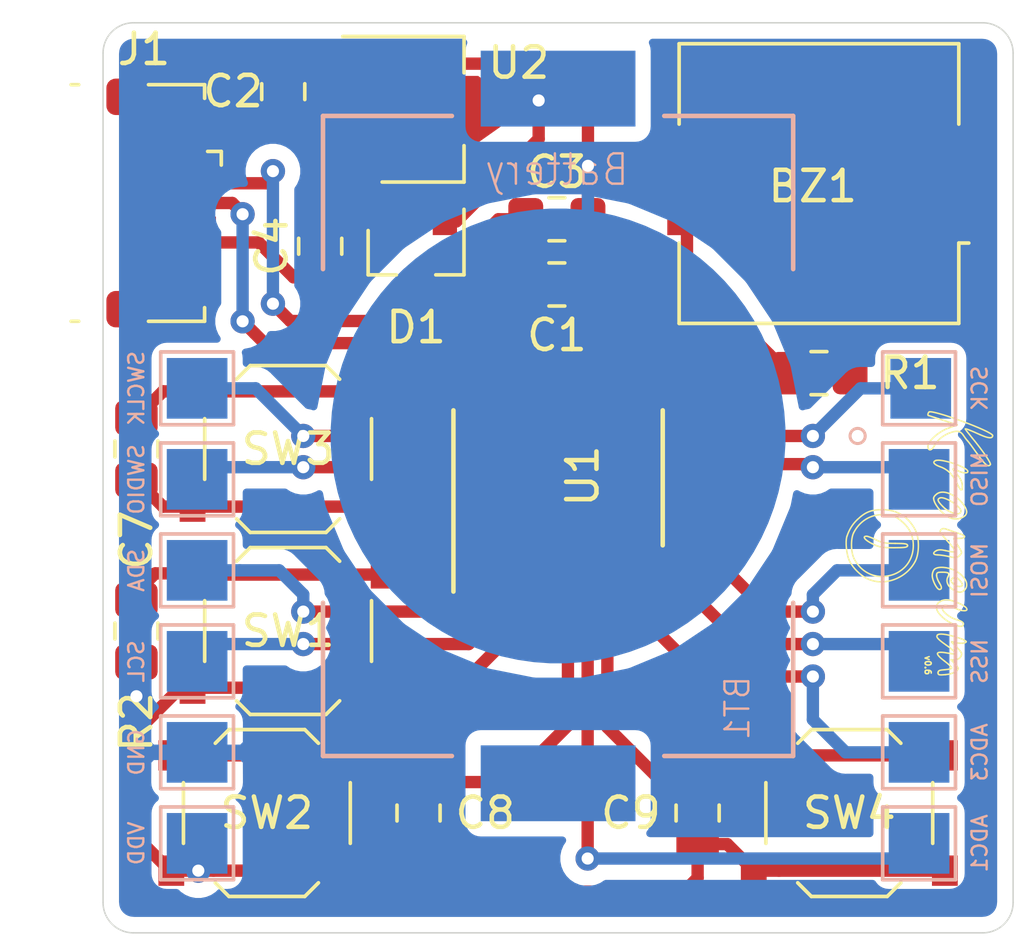
<source format=kicad_pcb>
(kicad_pcb (version 20171130) (host pcbnew 5.1.4)

  (general
    (thickness 1.6)
    (drawings 109)
    (tracks 230)
    (zones 0)
    (modules 31)
    (nets 25)
  )

  (page A4)
  (layers
    (0 F.Cu signal hide)
    (31 B.Cu signal)
    (32 B.Adhes user hide)
    (33 F.Adhes user hide)
    (34 B.Paste user hide)
    (35 F.Paste user hide)
    (36 B.SilkS user)
    (37 F.SilkS user hide)
    (38 B.Mask user)
    (39 F.Mask user hide)
    (40 Dwgs.User user hide)
    (41 Cmts.User user hide)
    (42 Eco1.User user hide)
    (43 Eco2.User user hide)
    (44 Edge.Cuts user)
    (45 Margin user hide)
    (46 B.CrtYd user hide)
    (47 F.CrtYd user hide)
    (48 B.Fab user hide)
    (49 F.Fab user hide)
  )

  (setup
    (last_trace_width 0.25)
    (user_trace_width 0.4064)
    (user_trace_width 0.4572)
    (user_trace_width 0.508)
    (user_trace_width 0.635)
    (user_trace_width 0.762)
    (user_trace_width 1.524)
    (trace_clearance 0.2)
    (zone_clearance 0.5)
    (zone_45_only no)
    (trace_min 0.25)
    (via_size 0.8)
    (via_drill 0.4)
    (via_min_size 0.4)
    (via_min_drill 0.3)
    (user_via 1.4 0.9)
    (uvia_size 0.3)
    (uvia_drill 0.1)
    (uvias_allowed no)
    (uvia_min_size 0.2)
    (uvia_min_drill 0.1)
    (edge_width 0.15)
    (segment_width 0.2)
    (pcb_text_width 0.3)
    (pcb_text_size 1.5 1.5)
    (mod_edge_width 0.15)
    (mod_text_size 1 1)
    (mod_text_width 0.15)
    (pad_size 1 1)
    (pad_drill 0)
    (pad_to_mask_clearance 0.051)
    (solder_mask_min_width 0.25)
    (aux_axis_origin 156.4 122.92)
    (grid_origin 156.4 122.92)
    (visible_elements FFFFFFFF)
    (pcbplotparams
      (layerselection 0x010f0_ffffffff)
      (usegerberextensions false)
      (usegerberattributes false)
      (usegerberadvancedattributes true)
      (creategerberjobfile false)
      (excludeedgelayer true)
      (linewidth 0.020000)
      (plotframeref false)
      (viasonmask false)
      (mode 1)
      (useauxorigin true)
      (hpglpennumber 1)
      (hpglpenspeed 20)
      (hpglpendiameter 15.000000)
      (psnegative false)
      (psa4output false)
      (plotreference true)
      (plotvalue true)
      (plotinvisibletext false)
      (padsonsilk true)
      (subtractmaskfromsilk false)
      (outputformat 1)
      (mirror false)
      (drillshape 0)
      (scaleselection 1)
      (outputdirectory "manufacture/"))
  )

  (net 0 "")
  (net 1 GND)
  (net 2 "Net-(BZ1-Pad1)")
  (net 3 VDD)
  (net 4 Ctrl_One)
  (net 5 Ctrl_Ten)
  (net 6 USB_D-)
  (net 7 USB_D+)
  (net 8 Buzzer)
  (net 9 BOOT0)
  (net 10 "Net-(BT1-Pad1)")
  (net 11 USB_VBUS)
  (net 12 NRST)
  (net 13 SWDIO)
  (net 14 SWCLK)
  (net 15 SDA)
  (net 16 SCL)
  (net 17 "Net-(C4-Pad1)")
  (net 18 "Net-(J1-Pad4)")
  (net 19 ADC1)
  (net 20 ADC3)
  (net 21 MISO)
  (net 22 MOSI)
  (net 23 NSS)
  (net 24 SCK)

  (net_class Default "This is the default net class."
    (clearance 0.2)
    (trace_width 0.25)
    (via_dia 0.8)
    (via_drill 0.4)
    (uvia_dia 0.3)
    (uvia_drill 0.1)
    (diff_pair_width 0.25)
    (diff_pair_gap 0.25)
    (add_net ADC1)
    (add_net ADC3)
    (add_net BOOT0)
    (add_net Buzzer)
    (add_net Ctrl_One)
    (add_net Ctrl_Ten)
    (add_net GND)
    (add_net MISO)
    (add_net MOSI)
    (add_net NRST)
    (add_net NSS)
    (add_net "Net-(BT1-Pad1)")
    (add_net "Net-(BZ1-Pad1)")
    (add_net "Net-(C4-Pad1)")
    (add_net "Net-(J1-Pad4)")
    (add_net SCK)
    (add_net SCL)
    (add_net SDA)
    (add_net SWCLK)
    (add_net SWDIO)
    (add_net USB_D+)
    (add_net USB_D-)
    (add_net USB_VBUS)
    (add_net VDD)
  )

  (module micro_usb:USB_Micro-B_Molex-105017-0001 (layer F.Cu) (tedit 5D8CEAE5) (tstamp 5D8BD212)
    (at 127.985 98.89 270)
    (descr http://www.molex.com/pdm_docs/sd/1050170001_sd.pdf)
    (tags "Micro-USB SMD Typ-B")
    (path /5C1E9F15)
    (attr smd)
    (fp_text reference J1 (at -5.07 0.235) (layer F.SilkS)
      (effects (font (size 1 1) (thickness 0.15)))
    )
    (fp_text value USB_B_Micro (at -0.16 4.65 270) (layer F.Fab)
      (effects (font (size 1 1) (thickness 0.15)))
    )
    (fp_text user "PCB Edge" (at 0 2.6875 270) (layer Dwgs.User)
      (effects (font (size 0.5 0.5) (thickness 0.08)))
    )
    (fp_text user %R (at 0 0.8875 270) (layer F.Fab)
      (effects (font (size 1 1) (thickness 0.15)))
    )
    (fp_line (start -4.4 3.64) (end 4.4 3.64) (layer F.CrtYd) (width 0.05))
    (fp_line (start 4.4 -2.46) (end 4.4 3.64) (layer F.CrtYd) (width 0.05))
    (fp_line (start -4.4 -2.46) (end 4.4 -2.46) (layer F.CrtYd) (width 0.05))
    (fp_line (start -4.4 3.64) (end -4.4 -2.46) (layer F.CrtYd) (width 0.05))
    (fp_line (start -3.9 -1.7625) (end -3.45 -1.7625) (layer F.SilkS) (width 0.12))
    (fp_line (start -3.9 0.0875) (end -3.9 -1.7625) (layer F.SilkS) (width 0.12))
    (fp_line (start 3.9 2.6375) (end 3.9 2.3875) (layer F.SilkS) (width 0.12))
    (fp_line (start 3.75 3.3875) (end 3.75 -1.6125) (layer F.Fab) (width 0.1))
    (fp_line (start -3 2.689204) (end 3 2.689204) (layer F.Fab) (width 0.1))
    (fp_line (start -3.75 3.389204) (end 3.75 3.389204) (layer F.Fab) (width 0.1))
    (fp_line (start -3.75 -1.6125) (end 3.75 -1.6125) (layer F.Fab) (width 0.1))
    (fp_line (start -3.75 3.3875) (end -3.75 -1.6125) (layer F.Fab) (width 0.1))
    (fp_line (start -3.9 2.6375) (end -3.9 2.3875) (layer F.SilkS) (width 0.12))
    (fp_line (start 3.9 0.0875) (end 3.9 -1.7625) (layer F.SilkS) (width 0.12))
    (fp_line (start 3.9 -1.7625) (end 3.45 -1.7625) (layer F.SilkS) (width 0.12))
    (fp_line (start -1.7 -2.3125) (end -1.25 -2.3125) (layer F.SilkS) (width 0.12))
    (fp_line (start -1.7 -2.3125) (end -1.7 -1.8625) (layer F.SilkS) (width 0.12))
    (fp_line (start -1.3 -1.7125) (end -1.5 -1.9125) (layer F.Fab) (width 0.1))
    (fp_line (start -1.1 -1.9125) (end -1.3 -1.7125) (layer F.Fab) (width 0.1))
    (fp_line (start -1.5 -2.1225) (end -1.1 -2.1225) (layer F.Fab) (width 0.1))
    (fp_line (start -1.5 -2.1225) (end -1.5 -1.9125) (layer F.Fab) (width 0.1))
    (fp_line (start -1.1 -2.1225) (end -1.1 -1.9125) (layer F.Fab) (width 0.1))
    (pad "" smd circle (at -2.5 -1.4625 270) (size 1 1) (layers F.Cu F.Paste F.Mask))
    (pad 2 smd rect (at -0.65 -1.4625 270) (size 0.4 1.35) (layers F.Cu F.Paste F.Mask)
      (net 6 USB_D-))
    (pad 1 smd rect (at -1.3 -1.4625 270) (size 0.4 1.35) (layers F.Cu F.Paste F.Mask)
      (net 11 USB_VBUS))
    (pad 5 smd rect (at 1.3 -1.4625 270) (size 0.4 1.35) (layers F.Cu F.Paste F.Mask)
      (net 1 GND))
    (pad 4 smd rect (at 0.65 -1.4625 270) (size 0.4 1.35) (layers F.Cu F.Paste F.Mask)
      (net 18 "Net-(J1-Pad4)"))
    (pad 3 smd rect (at 0 -1.4625 270) (size 0.4 1.35) (layers F.Cu F.Paste F.Mask)
      (net 7 USB_D+))
    (pad "" smd circle (at 2.5 -1.4625 270) (size 1 1) (layers F.Cu F.Paste F.Mask))
    (pad 6 smd roundrect (at -3.5 0.525 90) (size 1.2 1.9) (layers F.Cu F.Paste F.Mask) (roundrect_rratio 0.25)
      (net 1 GND))
    (pad 6 smd roundrect (at 3.5 0.525 270) (size 1.2 1.9) (layers F.Cu F.Paste F.Mask) (roundrect_rratio 0.25)
      (net 1 GND))
    (model ${KISYS3DMOD}/Connector_USB.3dshapes/USB_Micro-B_Molex_47346-0001.step
      (at (xyz 0 0 0))
      (scale (xyz 1 1 1))
      (rotate (xyz 0 0 0))
    )
  )

  (module TestPoint:TestPoint_THTPad_2.0x2.0mm_Drill1.0mm (layer B.Cu) (tedit 5D8CCF58) (tstamp 5D8D4755)
    (at 153.3 105)
    (descr "THT rectangular pad as test Point, square 2.0mm_Drill1.0mm  side length, hole diameter 1.0mm")
    (tags "test point THT pad rectangle square")
    (path /5D94D792)
    (attr virtual)
    (fp_text reference SCK (at 2 0 90) (layer B.SilkS)
      (effects (font (size 0.5 0.5) (thickness 0.08)) (justify mirror))
    )
    (fp_text value Peripherals (at 0 -2.05) (layer B.Fab)
      (effects (font (size 1 1) (thickness 0.15)) (justify mirror))
    )
    (fp_line (start 1.5 -1.5) (end -1.5 -1.5) (layer B.CrtYd) (width 0.05))
    (fp_line (start 1.5 -1.5) (end 1.5 1.5) (layer B.CrtYd) (width 0.05))
    (fp_line (start -1.5 1.5) (end -1.5 -1.5) (layer B.CrtYd) (width 0.05))
    (fp_line (start -1.5 1.5) (end 1.5 1.5) (layer B.CrtYd) (width 0.05))
    (fp_line (start -1.2 -1.2) (end -1.2 1.2) (layer B.SilkS) (width 0.12))
    (fp_line (start 1.2 -1.2) (end -1.2 -1.2) (layer B.SilkS) (width 0.12))
    (fp_line (start 1.2 1.2) (end 1.2 -1.2) (layer B.SilkS) (width 0.12))
    (fp_line (start -1.2 1.2) (end 1.2 1.2) (layer B.SilkS) (width 0.12))
    (fp_text user %R (at 0 2) (layer B.Fab)
      (effects (font (size 1 1) (thickness 0.15)) (justify mirror))
    )
    (pad 1 smd rect (at 0.056 0) (size 2 2) (layers B.Cu B.Paste B.Mask)
      (net 24 SCK))
  )

  (module TestPoint:TestPoint_THTPad_2.0x2.0mm_Drill1.0mm (layer B.Cu) (tedit 5D8CCE26) (tstamp 5D8D4134)
    (at 153.3 114)
    (descr "THT rectangular pad as test Point, square 2.0mm_Drill1.0mm  side length, hole diameter 1.0mm")
    (tags "test point THT pad rectangle square")
    (path /5D94D78C)
    (attr virtual)
    (fp_text reference NSS (at 2 0 90) (layer B.SilkS)
      (effects (font (size 0.5 0.5) (thickness 0.08)) (justify mirror))
    )
    (fp_text value Peripherals (at 0 -2.05) (layer B.Fab)
      (effects (font (size 1 1) (thickness 0.15)) (justify mirror))
    )
    (fp_line (start 1.5 -1.5) (end -1.5 -1.5) (layer B.CrtYd) (width 0.05))
    (fp_line (start 1.5 -1.5) (end 1.5 1.5) (layer B.CrtYd) (width 0.05))
    (fp_line (start -1.5 1.5) (end -1.5 -1.5) (layer B.CrtYd) (width 0.05))
    (fp_line (start -1.5 1.5) (end 1.5 1.5) (layer B.CrtYd) (width 0.05))
    (fp_line (start -1.2 -1.2) (end -1.2 1.2) (layer B.SilkS) (width 0.12))
    (fp_line (start 1.2 -1.2) (end -1.2 -1.2) (layer B.SilkS) (width 0.12))
    (fp_line (start 1.2 1.2) (end 1.2 -1.2) (layer B.SilkS) (width 0.12))
    (fp_line (start -1.2 1.2) (end 1.2 1.2) (layer B.SilkS) (width 0.12))
    (fp_text user %R (at 0 2) (layer B.Fab)
      (effects (font (size 1 1) (thickness 0.15)) (justify mirror))
    )
    (pad 1 smd rect (at 0 0) (size 2 2) (layers B.Cu B.Paste B.Mask)
      (net 23 NSS))
  )

  (module TestPoint:TestPoint_THTPad_2.0x2.0mm_Drill1.0mm (layer B.Cu) (tedit 5D8CCE32) (tstamp 5D8D4126)
    (at 153.3 111)
    (descr "THT rectangular pad as test Point, square 2.0mm_Drill1.0mm  side length, hole diameter 1.0mm")
    (tags "test point THT pad rectangle square")
    (path /5D94D79E)
    (attr virtual)
    (fp_text reference MOSI (at 2 0 90) (layer B.SilkS)
      (effects (font (size 0.5 0.5) (thickness 0.08)) (justify mirror))
    )
    (fp_text value Peripherals (at 0 -2.05) (layer B.Fab)
      (effects (font (size 1 1) (thickness 0.15)) (justify mirror))
    )
    (fp_line (start 1.5 -1.5) (end -1.5 -1.5) (layer B.CrtYd) (width 0.05))
    (fp_line (start 1.5 -1.5) (end 1.5 1.5) (layer B.CrtYd) (width 0.05))
    (fp_line (start -1.5 1.5) (end -1.5 -1.5) (layer B.CrtYd) (width 0.05))
    (fp_line (start -1.5 1.5) (end 1.5 1.5) (layer B.CrtYd) (width 0.05))
    (fp_line (start -1.2 -1.2) (end -1.2 1.2) (layer B.SilkS) (width 0.12))
    (fp_line (start 1.2 -1.2) (end -1.2 -1.2) (layer B.SilkS) (width 0.12))
    (fp_line (start 1.2 1.2) (end 1.2 -1.2) (layer B.SilkS) (width 0.12))
    (fp_line (start -1.2 1.2) (end 1.2 1.2) (layer B.SilkS) (width 0.12))
    (fp_text user %R (at 0 2) (layer B.Fab)
      (effects (font (size 1 1) (thickness 0.15)) (justify mirror))
    )
    (pad 1 smd rect (at 0 0) (size 2 2) (layers B.Cu B.Paste B.Mask)
      (net 22 MOSI))
  )

  (module TestPoint:TestPoint_THTPad_2.0x2.0mm_Drill1.0mm (layer B.Cu) (tedit 5D8CCE22) (tstamp 5D8D47E8)
    (at 153.3 108)
    (descr "THT rectangular pad as test Point, square 2.0mm_Drill1.0mm  side length, hole diameter 1.0mm")
    (tags "test point THT pad rectangle square")
    (path /5D94D798)
    (attr virtual)
    (fp_text reference MISO (at 2 0 90) (layer B.SilkS)
      (effects (font (size 0.5 0.5) (thickness 0.08)) (justify mirror))
    )
    (fp_text value Peripherals (at 0 -2.05) (layer B.Fab)
      (effects (font (size 1 1) (thickness 0.15)) (justify mirror))
    )
    (fp_line (start 1.5 -1.5) (end -1.5 -1.5) (layer B.CrtYd) (width 0.05))
    (fp_line (start 1.5 -1.5) (end 1.5 1.5) (layer B.CrtYd) (width 0.05))
    (fp_line (start -1.5 1.5) (end -1.5 -1.5) (layer B.CrtYd) (width 0.05))
    (fp_line (start -1.5 1.5) (end 1.5 1.5) (layer B.CrtYd) (width 0.05))
    (fp_line (start -1.2 -1.2) (end -1.2 1.2) (layer B.SilkS) (width 0.12))
    (fp_line (start 1.2 -1.2) (end -1.2 -1.2) (layer B.SilkS) (width 0.12))
    (fp_line (start 1.2 1.2) (end 1.2 -1.2) (layer B.SilkS) (width 0.12))
    (fp_line (start -1.2 1.2) (end 1.2 1.2) (layer B.SilkS) (width 0.12))
    (fp_text user %R (at 0 2) (layer B.Fab)
      (effects (font (size 1 1) (thickness 0.15)) (justify mirror))
    )
    (pad 1 smd rect (at 0 0) (size 2 2) (layers B.Cu B.Paste B.Mask)
      (net 21 MISO))
  )

  (module TestPoint:TestPoint_THTPad_2.0x2.0mm_Drill1.0mm (layer B.Cu) (tedit 5D8CCE2E) (tstamp 5D8D3F36)
    (at 153.3 117)
    (descr "THT rectangular pad as test Point, square 2.0mm_Drill1.0mm  side length, hole diameter 1.0mm")
    (tags "test point THT pad rectangle square")
    (path /5D94D7AC)
    (attr virtual)
    (fp_text reference ADC3 (at 2 0 90) (layer B.SilkS)
      (effects (font (size 0.5 0.5) (thickness 0.08)) (justify mirror))
    )
    (fp_text value Peripherals (at 0 -2.05) (layer B.Fab)
      (effects (font (size 1 1) (thickness 0.15)) (justify mirror))
    )
    (fp_line (start 1.5 -1.5) (end -1.5 -1.5) (layer B.CrtYd) (width 0.05))
    (fp_line (start 1.5 -1.5) (end 1.5 1.5) (layer B.CrtYd) (width 0.05))
    (fp_line (start -1.5 1.5) (end -1.5 -1.5) (layer B.CrtYd) (width 0.05))
    (fp_line (start -1.5 1.5) (end 1.5 1.5) (layer B.CrtYd) (width 0.05))
    (fp_line (start -1.2 -1.2) (end -1.2 1.2) (layer B.SilkS) (width 0.12))
    (fp_line (start 1.2 -1.2) (end -1.2 -1.2) (layer B.SilkS) (width 0.12))
    (fp_line (start 1.2 1.2) (end 1.2 -1.2) (layer B.SilkS) (width 0.12))
    (fp_line (start -1.2 1.2) (end 1.2 1.2) (layer B.SilkS) (width 0.12))
    (fp_text user %R (at 0 2) (layer B.Fab)
      (effects (font (size 1 1) (thickness 0.15)) (justify mirror))
    )
    (pad 1 smd rect (at 0 0) (size 2 2) (layers B.Cu B.Paste B.Mask)
      (net 20 ADC3))
  )

  (module TestPoint:TestPoint_THTPad_2.0x2.0mm_Drill1.0mm (layer B.Cu) (tedit 5D8CCE9B) (tstamp 5D8D3F28)
    (at 153.3 120)
    (descr "THT rectangular pad as test Point, square 2.0mm_Drill1.0mm  side length, hole diameter 1.0mm")
    (tags "test point THT pad rectangle square")
    (path /5D94D7A5)
    (attr virtual)
    (fp_text reference ADC1 (at 2 0 90) (layer B.SilkS)
      (effects (font (size 0.5 0.5) (thickness 0.08)) (justify mirror))
    )
    (fp_text value Peripherals (at 0 -2.05) (layer B.Fab)
      (effects (font (size 1 1) (thickness 0.15)) (justify mirror))
    )
    (fp_line (start 1.5 -1.5) (end -1.5 -1.5) (layer B.CrtYd) (width 0.05))
    (fp_line (start 1.5 -1.5) (end 1.5 1.5) (layer B.CrtYd) (width 0.05))
    (fp_line (start -1.5 1.5) (end -1.5 -1.5) (layer B.CrtYd) (width 0.05))
    (fp_line (start -1.5 1.5) (end 1.5 1.5) (layer B.CrtYd) (width 0.05))
    (fp_line (start -1.2 -1.2) (end -1.2 1.2) (layer B.SilkS) (width 0.12))
    (fp_line (start 1.2 -1.2) (end -1.2 -1.2) (layer B.SilkS) (width 0.12))
    (fp_line (start 1.2 1.2) (end 1.2 -1.2) (layer B.SilkS) (width 0.12))
    (fp_line (start -1.2 1.2) (end 1.2 1.2) (layer B.SilkS) (width 0.12))
    (fp_text user %R (at 0 2) (layer B.Fab)
      (effects (font (size 1 1) (thickness 0.15)) (justify mirror))
    )
    (pad 1 smd rect (at 0 0) (size 2 2) (layers B.Cu B.Paste B.Mask)
      (net 19 ADC1))
  )

  (module TestPoint:TestPoint_THTPad_2.0x2.0mm_Drill1.0mm (layer B.Cu) (tedit 5D7DEE0E) (tstamp 5D7E1898)
    (at 129.5 120)
    (descr "THT rectangular pad as test Point, square 2.0mm_Drill1.0mm  side length, hole diameter 1.0mm")
    (tags "test point THT pad rectangle square")
    (path /5D81EFFF)
    (attr virtual)
    (fp_text reference VDD (at -2 0 90) (layer B.SilkS)
      (effects (font (size 0.5 0.5) (thickness 0.08)) (justify mirror))
    )
    (fp_text value Peripherals (at 0 -2.05) (layer B.Fab)
      (effects (font (size 1 1) (thickness 0.15)) (justify mirror))
    )
    (fp_line (start 1.5 -1.5) (end -1.5 -1.5) (layer B.CrtYd) (width 0.05))
    (fp_line (start 1.5 -1.5) (end 1.5 1.5) (layer B.CrtYd) (width 0.05))
    (fp_line (start -1.5 1.5) (end -1.5 -1.5) (layer B.CrtYd) (width 0.05))
    (fp_line (start -1.5 1.5) (end 1.5 1.5) (layer B.CrtYd) (width 0.05))
    (fp_line (start -1.2 -1.2) (end -1.2 1.2) (layer B.SilkS) (width 0.12))
    (fp_line (start 1.2 -1.2) (end -1.2 -1.2) (layer B.SilkS) (width 0.12))
    (fp_line (start 1.2 1.2) (end 1.2 -1.2) (layer B.SilkS) (width 0.12))
    (fp_line (start -1.2 1.2) (end 1.2 1.2) (layer B.SilkS) (width 0.12))
    (fp_text user %R (at 0 2) (layer B.Fab)
      (effects (font (size 1 1) (thickness 0.15)) (justify mirror))
    )
    (pad 1 smd rect (at 0 0) (size 2 2) (layers B.Cu B.Paste B.Mask)
      (net 3 VDD))
  )

  (module TestPoint:TestPoint_THTPad_2.0x2.0mm_Drill1.0mm (layer B.Cu) (tedit 5D7DECEA) (tstamp 5D7DED12)
    (at 129.5 117)
    (descr "THT rectangular pad as test Point, square 2.0mm_Drill1.0mm  side length, hole diameter 1.0mm")
    (tags "test point THT pad rectangle square")
    (path /5D81E1ED)
    (attr virtual)
    (fp_text reference GND (at -2 0 90) (layer B.SilkS)
      (effects (font (size 0.5 0.5) (thickness 0.08)) (justify mirror))
    )
    (fp_text value Peripherals (at 0 -2.05) (layer B.Fab)
      (effects (font (size 1 1) (thickness 0.15)) (justify mirror))
    )
    (fp_line (start 1.5 -1.5) (end -1.5 -1.5) (layer B.CrtYd) (width 0.05))
    (fp_line (start 1.5 -1.5) (end 1.5 1.5) (layer B.CrtYd) (width 0.05))
    (fp_line (start -1.5 1.5) (end -1.5 -1.5) (layer B.CrtYd) (width 0.05))
    (fp_line (start -1.5 1.5) (end 1.5 1.5) (layer B.CrtYd) (width 0.05))
    (fp_line (start -1.2 -1.2) (end -1.2 1.2) (layer B.SilkS) (width 0.12))
    (fp_line (start 1.2 -1.2) (end -1.2 -1.2) (layer B.SilkS) (width 0.12))
    (fp_line (start 1.2 1.2) (end 1.2 -1.2) (layer B.SilkS) (width 0.12))
    (fp_line (start -1.2 1.2) (end 1.2 1.2) (layer B.SilkS) (width 0.12))
    (fp_text user %R (at 0 2) (layer B.Fab)
      (effects (font (size 1 1) (thickness 0.15)) (justify mirror))
    )
    (pad 1 smd rect (at 0 0) (size 2 2) (layers B.Cu B.Paste B.Mask)
      (net 1 GND))
  )

  (module TestPoint:TestPoint_THTPad_2.0x2.0mm_Drill1.0mm (layer B.Cu) (tedit 5D0008A7) (tstamp 5D001E34)
    (at 129.5 108 180)
    (descr "THT rectangular pad as test Point, square 2.0mm_Drill1.0mm  side length, hole diameter 1.0mm")
    (tags "test point THT pad rectangle square")
    (path /5C6F9685)
    (attr virtual)
    (fp_text reference SWDIO (at 2 0 270) (layer B.SilkS)
      (effects (font (size 0.5 0.5) (thickness 0.08)) (justify mirror))
    )
    (fp_text value Peripherals (at 1.7528 3.425) (layer B.Fab)
      (effects (font (size 1 1) (thickness 0.15)) (justify mirror))
    )
    (fp_text user SWDIO (at 3.6832 0.575) (layer B.Fab)
      (effects (font (size 1 1) (thickness 0.15)) (justify mirror))
    )
    (fp_line (start -1.2 1.2) (end 1.2 1.2) (layer B.SilkS) (width 0.12))
    (fp_line (start 1.2 1.2) (end 1.2 -1.2) (layer B.SilkS) (width 0.12))
    (fp_line (start 1.2 -1.2) (end -1.2 -1.2) (layer B.SilkS) (width 0.12))
    (fp_line (start -1.2 -1.2) (end -1.2 1.2) (layer B.SilkS) (width 0.12))
    (fp_line (start -1.5 1.5) (end 1.5 1.5) (layer B.CrtYd) (width 0.05))
    (fp_line (start -1.5 1.5) (end -1.5 -1.5) (layer B.CrtYd) (width 0.05))
    (fp_line (start 1.5 -1.5) (end 1.5 1.5) (layer B.CrtYd) (width 0.05))
    (fp_line (start 1.5 -1.5) (end -1.5 -1.5) (layer B.CrtYd) (width 0.05))
    (pad 1 smd rect (at 0 0 180) (size 2 2) (layers B.Cu B.Paste B.Mask)
      (net 13 SWDIO))
  )

  (module TestPoint:TestPoint_THTPad_2.0x2.0mm_Drill1.0mm (layer B.Cu) (tedit 5D000880) (tstamp 5D7E1ABD)
    (at 129.5 105 180)
    (descr "THT rectangular pad as test Point, square 2.0mm_Drill1.0mm  side length, hole diameter 1.0mm")
    (tags "test point THT pad rectangle square")
    (path /5C6F8CE1)
    (attr virtual)
    (fp_text reference SWCLK (at 2 0 270) (layer B.SilkS)
      (effects (font (size 0.5 0.5) (thickness 0.08)) (justify mirror))
    )
    (fp_text value Peripherals (at 1.75 -3.6734) (layer B.Fab)
      (effects (font (size 1 1) (thickness 0.15)) (justify mirror))
    )
    (fp_text user SWCLK (at 3.92 -0.675) (layer B.Fab)
      (effects (font (size 1 1) (thickness 0.15)) (justify mirror))
    )
    (fp_line (start -1.2 1.2) (end 1.2 1.2) (layer B.SilkS) (width 0.12))
    (fp_line (start 1.2 1.2) (end 1.2 -1.2) (layer B.SilkS) (width 0.12))
    (fp_line (start 1.2 -1.2) (end -1.2 -1.2) (layer B.SilkS) (width 0.12))
    (fp_line (start -1.2 -1.2) (end -1.2 1.2) (layer B.SilkS) (width 0.12))
    (fp_line (start -1.5 1.5) (end 1.5 1.5) (layer B.CrtYd) (width 0.05))
    (fp_line (start -1.5 1.5) (end -1.5 -1.5) (layer B.CrtYd) (width 0.05))
    (fp_line (start 1.5 -1.5) (end 1.5 1.5) (layer B.CrtYd) (width 0.05))
    (fp_line (start 1.5 -1.5) (end -1.5 -1.5) (layer B.CrtYd) (width 0.05))
    (pad 1 smd rect (at 0 0 180) (size 2 2) (layers B.Cu B.Paste B.Mask)
      (net 14 SWCLK))
  )

  (module TestPoint:TestPoint_THTPad_2.0x2.0mm_Drill1.0mm (layer B.Cu) (tedit 5D00089E) (tstamp 5D750657)
    (at 129.5 114 180)
    (descr "THT rectangular pad as test Point, square 2.0mm_Drill1.0mm  side length, hole diameter 1.0mm")
    (tags "test point THT pad rectangle square")
    (path /5C6F8355)
    (attr virtual)
    (fp_text reference SCL (at 2 0 90) (layer B.SilkS)
      (effects (font (size 0.5 0.5) (thickness 0.08)) (justify mirror))
    )
    (fp_text value Peripherals (at -1.6 3.425) (layer B.Fab)
      (effects (font (size 1 1) (thickness 0.15)) (justify mirror))
    )
    (fp_text user SCL (at -2.77 0.575) (layer B.Fab)
      (effects (font (size 1 1) (thickness 0.15)) (justify mirror))
    )
    (fp_line (start -1.2 1.2) (end 1.2 1.2) (layer B.SilkS) (width 0.12))
    (fp_line (start 1.2 1.2) (end 1.2 -1.2) (layer B.SilkS) (width 0.12))
    (fp_line (start 1.2 -1.2) (end -1.2 -1.2) (layer B.SilkS) (width 0.12))
    (fp_line (start -1.2 -1.2) (end -1.2 1.2) (layer B.SilkS) (width 0.12))
    (fp_line (start -1.5 1.5) (end 1.5 1.5) (layer B.CrtYd) (width 0.05))
    (fp_line (start -1.5 1.5) (end -1.5 -1.5) (layer B.CrtYd) (width 0.05))
    (fp_line (start 1.5 -1.5) (end 1.5 1.5) (layer B.CrtYd) (width 0.05))
    (fp_line (start 1.5 -1.5) (end -1.5 -1.5) (layer B.CrtYd) (width 0.05))
    (pad 1 smd rect (at 0 0 180) (size 2 2) (layers B.Cu B.Paste B.Mask)
      (net 16 SCL))
  )

  (module TestPoint:TestPoint_THTPad_2.0x2.0mm_Drill1.0mm (layer B.Cu) (tedit 5D00088C) (tstamp 5D7505BC)
    (at 129.5 111 180)
    (descr "THT rectangular pad as test Point, square 2.0mm_Drill1.0mm  side length, hole diameter 1.0mm")
    (tags "test point THT pad rectangle square")
    (path /5C6F2C19)
    (attr virtual)
    (fp_text reference SDA (at 2 0 90) (layer B.SilkS)
      (effects (font (size 0.5 0.5) (thickness 0.08)) (justify mirror))
    )
    (fp_text value Peripherals (at -1.6 -3.6734) (layer B.Fab)
      (effects (font (size 1 1) (thickness 0.15)) (justify mirror))
    )
    (fp_text user SDA (at -2.69 -0.675) (layer B.Fab)
      (effects (font (size 1 1) (thickness 0.15)) (justify mirror))
    )
    (fp_line (start -1.2 1.2) (end 1.2 1.2) (layer B.SilkS) (width 0.12))
    (fp_line (start 1.2 1.2) (end 1.2 -1.2) (layer B.SilkS) (width 0.12))
    (fp_line (start 1.2 -1.2) (end -1.2 -1.2) (layer B.SilkS) (width 0.12))
    (fp_line (start -1.2 -1.2) (end -1.2 1.2) (layer B.SilkS) (width 0.12))
    (fp_line (start -1.5 1.5) (end 1.5 1.5) (layer B.CrtYd) (width 0.05))
    (fp_line (start -1.5 1.5) (end -1.5 -1.5) (layer B.CrtYd) (width 0.05))
    (fp_line (start 1.5 -1.5) (end 1.5 1.5) (layer B.CrtYd) (width 0.05))
    (fp_line (start 1.5 -1.5) (end -1.5 -1.5) (layer B.CrtYd) (width 0.05))
    (pad 1 smd rect (at 0 0 180) (size 2 2) (layers B.Cu B.Paste B.Mask)
      (net 15 SDA))
  )

  (module tssop-20x6.5mmx4:TSSOP-20_4.4x6.5mm_P0.65mm (layer F.Cu) (tedit 5C522699) (tstamp 5D8BD843)
    (at 141.4 107.95 90)
    (descr "20-Lead Plastic Thin Shrink Small Outline (ST)-4.4 mm Body [TSSOP] (see Microchip Packaging Specification 00000049BS.pdf)")
    (tags "SSOP 0.65")
    (path /5C1E98D0)
    (attr smd)
    (fp_text reference U1 (at 0.06 0.81 270) (layer F.SilkS)
      (effects (font (size 1 1) (thickness 0.15)))
    )
    (fp_text value STM32F042F4Px (at -0.13 0.645 270) (layer F.Fab)
      (effects (font (size 1 1) (thickness 0.15)))
    )
    (fp_line (start -1.2 -3.25) (end 2.2 -3.25) (layer F.Fab) (width 0.15))
    (fp_line (start 2.2 -3.25) (end 2.2 3.25) (layer F.Fab) (width 0.15))
    (fp_line (start 2.2 3.25) (end -2.2 3.25) (layer F.Fab) (width 0.15))
    (fp_line (start -2.2 3.25) (end -2.2 -2.25) (layer F.Fab) (width 0.15))
    (fp_line (start -2.2 -2.25) (end -1.2 -3.25) (layer F.Fab) (width 0.15))
    (fp_line (start -3.95 -3.55) (end -3.95 3.55) (layer F.CrtYd) (width 0.05))
    (fp_line (start 3.95 -3.55) (end 3.95 3.55) (layer F.CrtYd) (width 0.05))
    (fp_line (start -3.95 -3.55) (end 3.95 -3.55) (layer F.CrtYd) (width 0.05))
    (fp_line (start -3.95 3.55) (end 3.95 3.55) (layer F.CrtYd) (width 0.05))
    (fp_line (start -2.225 3.45) (end 2.225 3.45) (layer F.SilkS) (width 0.15))
    (fp_line (start -3.75 -3.45) (end 2.225 -3.45) (layer F.SilkS) (width 0.15))
    (fp_text user %R (at 0 0 270) (layer F.Fab)
      (effects (font (size 0.8 0.8) (thickness 0.15)))
    )
    (pad 1 smd rect (at -2.95 -2.925 90) (size 1.45 0.4) (layers F.Cu F.Paste F.Mask)
      (net 9 BOOT0))
    (pad 2 smd rect (at -2.95 -2.275 90) (size 1.45 0.4) (layers F.Cu F.Paste F.Mask)
      (net 15 SDA))
    (pad 3 smd rect (at -2.95 -1.625 90) (size 1.45 0.4) (layers F.Cu F.Paste F.Mask)
      (net 16 SCL))
    (pad 4 smd rect (at -2.95 -0.975 90) (size 1.45 0.4) (layers F.Cu F.Paste F.Mask)
      (net 12 NRST))
    (pad 5 smd rect (at -2.95 -0.325 90) (size 1.45 0.4) (layers F.Cu F.Paste F.Mask)
      (net 3 VDD))
    (pad 6 smd rect (at -2.95 0.325 90) (size 1.45 0.4) (layers F.Cu F.Paste F.Mask)
      (net 4 Ctrl_One))
    (pad 7 smd rect (at -2.95 0.975 90) (size 1.45 0.4) (layers F.Cu F.Paste F.Mask)
      (net 19 ADC1))
    (pad 8 smd rect (at -2.95 1.625 90) (size 1.45 0.4) (layers F.Cu F.Paste F.Mask)
      (net 5 Ctrl_Ten))
    (pad 9 smd rect (at -2.95 2.275 90) (size 1.45 0.4) (layers F.Cu F.Paste F.Mask)
      (net 20 ADC3))
    (pad 10 smd rect (at -2.95 2.925 90) (size 1.45 0.4) (layers F.Cu F.Paste F.Mask)
      (net 23 NSS))
    (pad 11 smd rect (at 2.95 2.925 90) (size 1.45 0.4) (layers F.Cu F.Paste F.Mask)
      (net 24 SCK))
    (pad 12 smd rect (at 2.95 2.275 90) (size 1.45 0.4) (layers F.Cu F.Paste F.Mask)
      (net 21 MISO))
    (pad 13 smd rect (at 2.95 1.625 90) (size 1.45 0.4) (layers F.Cu F.Paste F.Mask)
      (net 22 MOSI))
    (pad 14 smd rect (at 2.95 0.975 90) (size 1.45 0.4) (layers F.Cu F.Paste F.Mask)
      (net 8 Buzzer))
    (pad 15 smd rect (at 2.95 0.325 90) (size 1.45 0.4) (layers F.Cu F.Paste F.Mask)
      (net 1 GND))
    (pad 16 smd rect (at 2.95 -0.325 90) (size 1.45 0.4) (layers F.Cu F.Paste F.Mask)
      (net 3 VDD))
    (pad 17 smd rect (at 2.95 -0.975 90) (size 1.45 0.4) (layers F.Cu F.Paste F.Mask)
      (net 6 USB_D-))
    (pad 18 smd rect (at 2.95 -1.625 90) (size 1.45 0.4) (layers F.Cu F.Paste F.Mask)
      (net 7 USB_D+))
    (pad 19 smd rect (at 2.95 -2.275 90) (size 1.45 0.4) (layers F.Cu F.Paste F.Mask)
      (net 13 SWDIO))
    (pad 20 smd rect (at 2.95 -2.925 90) (size 1.45 0.4) (layers F.Cu F.Paste F.Mask)
      (net 14 SWCLK))
    (model ${KISYS3DMOD}/Package_SO.3dshapes/TSSOP-20_4.4x6.5mm_P0.65mm.wrl
      (at (xyz 0 0 0))
      (scale (xyz 1 1 1))
      (rotate (xyz 0 0 0))
    )
  )

  (module Package_TO_SOT_SMD:SOT-89-3 (layer F.Cu) (tedit 5A02FF57) (tstamp 5D8BD067)
    (at 136.52 95.8)
    (descr SOT-89-3)
    (tags SOT-89-3)
    (path /5CFEE32E)
    (attr smd)
    (fp_text reference U2 (at 3.585 -1.53) (layer F.SilkS)
      (effects (font (size 1 1) (thickness 0.15)))
    )
    (fp_text value MCP1700-3302E_SOT89 (at 0.45 3.25) (layer F.Fab)
      (effects (font (size 1 1) (thickness 0.15)))
    )
    (fp_line (start -2.48 2.55) (end -2.48 -2.55) (layer F.CrtYd) (width 0.05))
    (fp_line (start -2.48 2.55) (end 3.23 2.55) (layer F.CrtYd) (width 0.05))
    (fp_line (start 3.23 -2.55) (end -2.48 -2.55) (layer F.CrtYd) (width 0.05))
    (fp_line (start 3.23 -2.55) (end 3.23 2.55) (layer F.CrtYd) (width 0.05))
    (fp_line (start -0.13 -2.3) (end 1.68 -2.3) (layer F.Fab) (width 0.1))
    (fp_line (start -0.92 2.3) (end -0.92 -1.51) (layer F.Fab) (width 0.1))
    (fp_line (start 1.68 2.3) (end -0.92 2.3) (layer F.Fab) (width 0.1))
    (fp_line (start 1.68 -2.3) (end 1.68 2.3) (layer F.Fab) (width 0.1))
    (fp_line (start -0.92 -1.51) (end -0.13 -2.3) (layer F.Fab) (width 0.1))
    (fp_line (start 1.78 -2.4) (end 1.78 -1.2) (layer F.SilkS) (width 0.12))
    (fp_line (start -2.22 -2.4) (end 1.78 -2.4) (layer F.SilkS) (width 0.12))
    (fp_line (start 1.78 2.4) (end -0.92 2.4) (layer F.SilkS) (width 0.12))
    (fp_line (start 1.78 1.2) (end 1.78 2.4) (layer F.SilkS) (width 0.12))
    (fp_text user %R (at 0.38 0 90) (layer F.Fab)
      (effects (font (size 0.6 0.6) (thickness 0.09)))
    )
    (pad 2 smd trapezoid (at -0.0762 0 90) (size 1.5 1) (rect_delta 0 0.7 ) (layers F.Cu F.Paste F.Mask)
      (net 11 USB_VBUS))
    (pad 2 smd rect (at 1.3335 0 270) (size 2.2 1.84) (layers F.Cu F.Paste F.Mask)
      (net 11 USB_VBUS))
    (pad 3 smd rect (at -1.48 1.5 270) (size 1 1.5) (layers F.Cu F.Paste F.Mask)
      (net 17 "Net-(C4-Pad1)"))
    (pad 2 smd rect (at -1.3335 0 270) (size 1 1.8) (layers F.Cu F.Paste F.Mask)
      (net 11 USB_VBUS))
    (pad 1 smd rect (at -1.48 -1.5 270) (size 1 1.5) (layers F.Cu F.Paste F.Mask)
      (net 1 GND))
    (pad 2 smd trapezoid (at 2.667 0 270) (size 1.6 0.85) (rect_delta 0 0.6 ) (layers F.Cu F.Paste F.Mask)
      (net 11 USB_VBUS))
    (model ${KISYS3DMOD}/Package_TO_SOT_SMD.3dshapes/SOT-89-3.wrl
      (at (xyz 0 0 0))
      (scale (xyz 1 1 1))
      (rotate (xyz 0 0 0))
    )
  )

  (module tl3342:tl3342 (layer F.Cu) (tedit 5C6F0D2E) (tstamp 5D8B9D7D)
    (at 131.8 119)
    (descr "Low-profile SMD Tactile Switch, https://www.e-switch.com/system/asset/product_line/data_sheet/165/TL3342.pdf")
    (tags "SPST Tactile Switch")
    (path /5C1E9C39)
    (attr smd)
    (fp_text reference SW2 (at 0 0 180) (layer F.SilkS)
      (effects (font (size 1 1) (thickness 0.15)))
    )
    (fp_text value Ctrl_One_Btn (at -0.05 0.025 90) (layer F.Fab)
      (effects (font (size 1 1) (thickness 0.15)))
    )
    (fp_text user %R (at -0.05 -0.1 180) (layer F.Fab) hide
      (effects (font (size 1 1) (thickness 0.15)))
    )
    (fp_line (start 3.2 2.1) (end 3.2 1.6) (layer F.Fab) (width 0.1))
    (fp_line (start 3.2 -2.1) (end 3.2 -1.6) (layer F.Fab) (width 0.1))
    (fp_line (start -3.2 2.1) (end -3.2 1.6) (layer F.Fab) (width 0.1))
    (fp_line (start -3.2 -2.1) (end -3.2 -1.6) (layer F.Fab) (width 0.1))
    (fp_line (start 2.7 -2.1) (end 2.7 -1.6) (layer F.Fab) (width 0.1))
    (fp_line (start 1.7 -2.1) (end 3.2 -2.1) (layer F.Fab) (width 0.1))
    (fp_line (start 3.2 -1.6) (end 2.2 -1.6) (layer F.Fab) (width 0.1))
    (fp_line (start -2.7 -2.1) (end -2.7 -1.6) (layer F.Fab) (width 0.1))
    (fp_line (start -1.7 -2.1) (end -3.2 -2.1) (layer F.Fab) (width 0.1))
    (fp_line (start -3.2 -1.6) (end -2.2 -1.6) (layer F.Fab) (width 0.1))
    (fp_line (start -2.7 2.1) (end -2.7 1.6) (layer F.Fab) (width 0.1))
    (fp_line (start -3.2 1.6) (end -2.2 1.6) (layer F.Fab) (width 0.1))
    (fp_line (start -1.7 2.1) (end -3.2 2.1) (layer F.Fab) (width 0.1))
    (fp_line (start 1.7 2.1) (end 3.2 2.1) (layer F.Fab) (width 0.1))
    (fp_line (start 2.7 2.1) (end 2.7 1.6) (layer F.Fab) (width 0.1))
    (fp_line (start 3.2 1.6) (end 2.2 1.6) (layer F.Fab) (width 0.1))
    (fp_line (start -1.7 2.3) (end -1.25 2.75) (layer F.SilkS) (width 0.12))
    (fp_line (start 1.7 2.3) (end 1.25 2.75) (layer F.SilkS) (width 0.12))
    (fp_line (start 1.7 -2.3) (end 1.25 -2.75) (layer F.SilkS) (width 0.12))
    (fp_line (start -1.7 -2.3) (end -1.25 -2.75) (layer F.SilkS) (width 0.12))
    (fp_line (start -2 -1) (end -1 -2) (layer F.Fab) (width 0.1))
    (fp_line (start -1 -2) (end 1 -2) (layer F.Fab) (width 0.1))
    (fp_line (start 1 -2) (end 2 -1) (layer F.Fab) (width 0.1))
    (fp_line (start 2 -1) (end 2 1) (layer F.Fab) (width 0.1))
    (fp_line (start 2 1) (end 1 2) (layer F.Fab) (width 0.1))
    (fp_line (start 1 2) (end -1 2) (layer F.Fab) (width 0.1))
    (fp_line (start -1 2) (end -2 1) (layer F.Fab) (width 0.1))
    (fp_line (start -2 1) (end -2 -1) (layer F.Fab) (width 0.1))
    (fp_line (start 2.75 -1) (end 2.75 1) (layer F.SilkS) (width 0.12))
    (fp_line (start -1.25 2.75) (end 1.25 2.75) (layer F.SilkS) (width 0.12))
    (fp_line (start -2.75 -1) (end -2.75 1) (layer F.SilkS) (width 0.12))
    (fp_line (start -1.25 -2.75) (end 1.25 -2.75) (layer F.SilkS) (width 0.12))
    (fp_line (start -2.6 -1.2) (end -2.6 1.2) (layer F.Fab) (width 0.1))
    (fp_line (start -2.6 1.2) (end -1.2 2.6) (layer F.Fab) (width 0.1))
    (fp_line (start -1.2 2.6) (end 1.2 2.6) (layer F.Fab) (width 0.1))
    (fp_line (start 1.2 2.6) (end 2.6 1.2) (layer F.Fab) (width 0.1))
    (fp_line (start 2.6 1.2) (end 2.6 -1.2) (layer F.Fab) (width 0.1))
    (fp_line (start 2.6 -1.2) (end 1.2 -2.6) (layer F.Fab) (width 0.1))
    (fp_line (start 1.2 -2.6) (end -1.2 -2.6) (layer F.Fab) (width 0.1))
    (fp_line (start -1.2 -2.6) (end -2.6 -1.2) (layer F.Fab) (width 0.1))
    (fp_line (start -3.8 -3) (end 3.8 -3) (layer F.CrtYd) (width 0.05))
    (fp_line (start 3.8 -3) (end 3.8 3) (layer F.CrtYd) (width 0.05))
    (fp_line (start 3.8 3) (end -3.8 3) (layer F.CrtYd) (width 0.05))
    (fp_line (start -3.8 3) (end -3.8 -3) (layer F.CrtYd) (width 0.05))
    (fp_circle (center 0 0) (end 1 0) (layer F.Fab) (width 0.1))
    (pad 1 smd rect (at -3.15 -1.9) (size 0.85 1) (layers F.Cu F.Paste F.Mask)
      (net 4 Ctrl_One))
    (pad 1 smd rect (at 3.15 -1.9) (size 0.85 1) (layers F.Cu F.Paste F.Mask)
      (net 4 Ctrl_One))
    (pad 2 smd rect (at -3.15 1.9) (size 0.85 1) (layers F.Cu F.Paste F.Mask)
      (net 3 VDD))
    (pad 2 smd rect (at 3.15 1.9) (size 0.85 1) (layers F.Cu F.Paste F.Mask)
      (net 3 VDD))
    (model ${KIPRJMOD}/libs/tl3342-tall.step
      (at (xyz 0 0 0))
      (scale (xyz 1 1 1))
      (rotate (xyz 0 0 0))
    )
  )

  (module Capacitor_SMD:C_0805_2012Metric_Pad1.15x1.40mm_HandSolder (layer F.Cu) (tedit 5B36C52B) (tstamp 5D8BD0B7)
    (at 141.36 101.57622)
    (descr "Capacitor SMD 0805 (2012 Metric), square (rectangular) end terminal, IPC_7351 nominal with elongated pad for handsoldering. (Body size source: https://docs.google.com/spreadsheets/d/1BsfQQcO9C6DZCsRaXUlFlo91Tg2WpOkGARC1WS5S8t0/edit?usp=sharing), generated with kicad-footprint-generator")
    (tags "capacitor handsolder")
    (path /5C202927)
    (attr smd)
    (fp_text reference C1 (at 0 1.67378 180) (layer F.SilkS)
      (effects (font (size 1 1) (thickness 0.15)))
    )
    (fp_text value 0.1u (at 2.715 0.055 90) (layer F.Fab)
      (effects (font (size 1 1) (thickness 0.15)))
    )
    (fp_text user %R (at 0 0) (layer F.Fab)
      (effects (font (size 0.5 0.5) (thickness 0.08)))
    )
    (fp_line (start 1.85 0.95) (end -1.85 0.95) (layer F.CrtYd) (width 0.05))
    (fp_line (start 1.85 -0.95) (end 1.85 0.95) (layer F.CrtYd) (width 0.05))
    (fp_line (start -1.85 -0.95) (end 1.85 -0.95) (layer F.CrtYd) (width 0.05))
    (fp_line (start -1.85 0.95) (end -1.85 -0.95) (layer F.CrtYd) (width 0.05))
    (fp_line (start -0.261252 0.71) (end 0.261252 0.71) (layer F.SilkS) (width 0.12))
    (fp_line (start -0.261252 -0.71) (end 0.261252 -0.71) (layer F.SilkS) (width 0.12))
    (fp_line (start 1 0.6) (end -1 0.6) (layer F.Fab) (width 0.1))
    (fp_line (start 1 -0.6) (end 1 0.6) (layer F.Fab) (width 0.1))
    (fp_line (start -1 -0.6) (end 1 -0.6) (layer F.Fab) (width 0.1))
    (fp_line (start -1 0.6) (end -1 -0.6) (layer F.Fab) (width 0.1))
    (pad 2 smd roundrect (at 1.025 0) (size 1.15 1.4) (layers F.Cu F.Paste F.Mask) (roundrect_rratio 0.217391)
      (net 1 GND))
    (pad 1 smd roundrect (at -1.025 0) (size 1.15 1.4) (layers F.Cu F.Paste F.Mask) (roundrect_rratio 0.217391)
      (net 3 VDD))
    (model ${KISYS3DMOD}/Capacitor_SMD.3dshapes/C_0805_2012Metric.wrl
      (at (xyz 0 0 0))
      (scale (xyz 1 1 1))
      (rotate (xyz 0 0 0))
    )
  )

  (module Capacitor_SMD:C_0805_2012Metric_Pad1.15x1.40mm_HandSolder (layer F.Cu) (tedit 5B36C52B) (tstamp 5D8BD0F3)
    (at 141.36 99.42622)
    (descr "Capacitor SMD 0805 (2012 Metric), square (rectangular) end terminal, IPC_7351 nominal with elongated pad for handsoldering. (Body size source: https://docs.google.com/spreadsheets/d/1BsfQQcO9C6DZCsRaXUlFlo91Tg2WpOkGARC1WS5S8t0/edit?usp=sharing), generated with kicad-footprint-generator")
    (tags "capacitor handsolder")
    (path /5C20292E)
    (attr smd)
    (fp_text reference C3 (at 0 -1.55622 180) (layer F.SilkS)
      (effects (font (size 1 1) (thickness 0.15)))
    )
    (fp_text value 4.7u (at -0.1 -1.825 180) (layer F.Fab)
      (effects (font (size 1 1) (thickness 0.15)))
    )
    (fp_line (start -1 0.6) (end -1 -0.6) (layer F.Fab) (width 0.1))
    (fp_line (start -1 -0.6) (end 1 -0.6) (layer F.Fab) (width 0.1))
    (fp_line (start 1 -0.6) (end 1 0.6) (layer F.Fab) (width 0.1))
    (fp_line (start 1 0.6) (end -1 0.6) (layer F.Fab) (width 0.1))
    (fp_line (start -0.261252 -0.71) (end 0.261252 -0.71) (layer F.SilkS) (width 0.12))
    (fp_line (start -0.261252 0.71) (end 0.261252 0.71) (layer F.SilkS) (width 0.12))
    (fp_line (start -1.85 0.95) (end -1.85 -0.95) (layer F.CrtYd) (width 0.05))
    (fp_line (start -1.85 -0.95) (end 1.85 -0.95) (layer F.CrtYd) (width 0.05))
    (fp_line (start 1.85 -0.95) (end 1.85 0.95) (layer F.CrtYd) (width 0.05))
    (fp_line (start 1.85 0.95) (end -1.85 0.95) (layer F.CrtYd) (width 0.05))
    (fp_text user %R (at 0 0) (layer F.Fab)
      (effects (font (size 0.5 0.5) (thickness 0.08)))
    )
    (pad 1 smd roundrect (at -1.025 0) (size 1.15 1.4) (layers F.Cu F.Paste F.Mask) (roundrect_rratio 0.217391)
      (net 3 VDD))
    (pad 2 smd roundrect (at 1.025 0) (size 1.15 1.4) (layers F.Cu F.Paste F.Mask) (roundrect_rratio 0.217391)
      (net 1 GND))
    (model ${KISYS3DMOD}/Capacitor_SMD.3dshapes/C_0805_2012Metric.wrl
      (at (xyz 0 0 0))
      (scale (xyz 1 1 1))
      (rotate (xyz 0 0 0))
    )
  )

  (module Capacitor_SMD:C_0805_2012Metric_Pad1.15x1.40mm_HandSolder (layer F.Cu) (tedit 5B36C52B) (tstamp 5D8BBDCA)
    (at 127.5 107 90)
    (descr "Capacitor SMD 0805 (2012 Metric), square (rectangular) end terminal, IPC_7351 nominal with elongated pad for handsoldering. (Body size source: https://docs.google.com/spreadsheets/d/1BsfQQcO9C6DZCsRaXUlFlo91Tg2WpOkGARC1WS5S8t0/edit?usp=sharing), generated with kicad-footprint-generator")
    (tags "capacitor handsolder")
    (path /5C1EFF71)
    (attr smd)
    (fp_text reference C7 (at -3 0 270) (layer F.SilkS)
      (effects (font (size 1 1) (thickness 0.15)))
    )
    (fp_text value 0.1u (at -0.025 -1.1 90) (layer F.Fab)
      (effects (font (size 1 1) (thickness 0.15)))
    )
    (fp_line (start -1 0.6) (end -1 -0.6) (layer F.Fab) (width 0.1))
    (fp_line (start -1 -0.6) (end 1 -0.6) (layer F.Fab) (width 0.1))
    (fp_line (start 1 -0.6) (end 1 0.6) (layer F.Fab) (width 0.1))
    (fp_line (start 1 0.6) (end -1 0.6) (layer F.Fab) (width 0.1))
    (fp_line (start -0.261252 -0.71) (end 0.261252 -0.71) (layer F.SilkS) (width 0.12))
    (fp_line (start -0.261252 0.71) (end 0.261252 0.71) (layer F.SilkS) (width 0.12))
    (fp_line (start -1.85 0.95) (end -1.85 -0.95) (layer F.CrtYd) (width 0.05))
    (fp_line (start -1.85 -0.95) (end 1.85 -0.95) (layer F.CrtYd) (width 0.05))
    (fp_line (start 1.85 -0.95) (end 1.85 0.95) (layer F.CrtYd) (width 0.05))
    (fp_line (start 1.85 0.95) (end -1.85 0.95) (layer F.CrtYd) (width 0.05))
    (fp_text user %R (at 0 0 270) (layer F.Fab)
      (effects (font (size 0.5 0.5) (thickness 0.08)))
    )
    (pad 1 smd roundrect (at -1.025 0 90) (size 1.15 1.4) (layers F.Cu F.Paste F.Mask) (roundrect_rratio 0.217391)
      (net 12 NRST))
    (pad 2 smd roundrect (at 1.025 0 90) (size 1.15 1.4) (layers F.Cu F.Paste F.Mask) (roundrect_rratio 0.217391)
      (net 1 GND))
    (model ${KISYS3DMOD}/Capacitor_SMD.3dshapes/C_0805_2012Metric.wrl
      (at (xyz 0 0 0))
      (scale (xyz 1 1 1))
      (rotate (xyz 0 0 0))
    )
  )

  (module Capacitor_SMD:C_0805_2012Metric_Pad1.15x1.40mm_HandSolder (layer F.Cu) (tedit 5B36C52B) (tstamp 5D8B9D28)
    (at 136.8 119 90)
    (descr "Capacitor SMD 0805 (2012 Metric), square (rectangular) end terminal, IPC_7351 nominal with elongated pad for handsoldering. (Body size source: https://docs.google.com/spreadsheets/d/1BsfQQcO9C6DZCsRaXUlFlo91Tg2WpOkGARC1WS5S8t0/edit?usp=sharing), generated with kicad-footprint-generator")
    (tags "capacitor handsolder")
    (path /5C20FD6A)
    (attr smd)
    (fp_text reference C8 (at 0 2.2 180) (layer F.SilkS)
      (effects (font (size 1 1) (thickness 0.15)))
    )
    (fp_text value 0.1u (at 0.2 1.775 270) (layer F.Fab)
      (effects (font (size 1 1) (thickness 0.15)))
    )
    (fp_line (start -1 0.6) (end -1 -0.6) (layer F.Fab) (width 0.1))
    (fp_line (start -1 -0.6) (end 1 -0.6) (layer F.Fab) (width 0.1))
    (fp_line (start 1 -0.6) (end 1 0.6) (layer F.Fab) (width 0.1))
    (fp_line (start 1 0.6) (end -1 0.6) (layer F.Fab) (width 0.1))
    (fp_line (start -0.261252 -0.71) (end 0.261252 -0.71) (layer F.SilkS) (width 0.12))
    (fp_line (start -0.261252 0.71) (end 0.261252 0.71) (layer F.SilkS) (width 0.12))
    (fp_line (start -1.85 0.95) (end -1.85 -0.95) (layer F.CrtYd) (width 0.05))
    (fp_line (start -1.85 -0.95) (end 1.85 -0.95) (layer F.CrtYd) (width 0.05))
    (fp_line (start 1.85 -0.95) (end 1.85 0.95) (layer F.CrtYd) (width 0.05))
    (fp_line (start 1.85 0.95) (end -1.85 0.95) (layer F.CrtYd) (width 0.05))
    (fp_text user %R (at 0 0 90) (layer F.Fab)
      (effects (font (size 0.5 0.5) (thickness 0.08)))
    )
    (pad 1 smd roundrect (at -1.025 0 90) (size 1.15 1.4) (layers F.Cu F.Paste F.Mask) (roundrect_rratio 0.217391)
      (net 3 VDD))
    (pad 2 smd roundrect (at 1.025 0 90) (size 1.15 1.4) (layers F.Cu F.Paste F.Mask) (roundrect_rratio 0.217391)
      (net 4 Ctrl_One))
    (model ${KISYS3DMOD}/Capacitor_SMD.3dshapes/C_0805_2012Metric.wrl
      (at (xyz 0 0 0))
      (scale (xyz 1 1 1))
      (rotate (xyz 0 0 0))
    )
  )

  (module Capacitor_SMD:C_0805_2012Metric_Pad1.15x1.40mm_HandSolder (layer F.Cu) (tedit 5B36C52B) (tstamp 5D8B9CC8)
    (at 146 119 90)
    (descr "Capacitor SMD 0805 (2012 Metric), square (rectangular) end terminal, IPC_7351 nominal with elongated pad for handsoldering. (Body size source: https://docs.google.com/spreadsheets/d/1BsfQQcO9C6DZCsRaXUlFlo91Tg2WpOkGARC1WS5S8t0/edit?usp=sharing), generated with kicad-footprint-generator")
    (tags "capacitor handsolder")
    (path /5C211C11)
    (attr smd)
    (fp_text reference C9 (at 0 -2.2) (layer F.SilkS)
      (effects (font (size 1 1) (thickness 0.15)))
    )
    (fp_text value 0.1u (at 0.05 1.9 90) (layer F.Fab)
      (effects (font (size 1 1) (thickness 0.15)))
    )
    (fp_text user %R (at 0 0 270) (layer F.Fab)
      (effects (font (size 0.5 0.5) (thickness 0.08)))
    )
    (fp_line (start 1.85 0.95) (end -1.85 0.95) (layer F.CrtYd) (width 0.05))
    (fp_line (start 1.85 -0.95) (end 1.85 0.95) (layer F.CrtYd) (width 0.05))
    (fp_line (start -1.85 -0.95) (end 1.85 -0.95) (layer F.CrtYd) (width 0.05))
    (fp_line (start -1.85 0.95) (end -1.85 -0.95) (layer F.CrtYd) (width 0.05))
    (fp_line (start -0.261252 0.71) (end 0.261252 0.71) (layer F.SilkS) (width 0.12))
    (fp_line (start -0.261252 -0.71) (end 0.261252 -0.71) (layer F.SilkS) (width 0.12))
    (fp_line (start 1 0.6) (end -1 0.6) (layer F.Fab) (width 0.1))
    (fp_line (start 1 -0.6) (end 1 0.6) (layer F.Fab) (width 0.1))
    (fp_line (start -1 -0.6) (end 1 -0.6) (layer F.Fab) (width 0.1))
    (fp_line (start -1 0.6) (end -1 -0.6) (layer F.Fab) (width 0.1))
    (pad 2 smd roundrect (at 1.025 0 90) (size 1.15 1.4) (layers F.Cu F.Paste F.Mask) (roundrect_rratio 0.217391)
      (net 5 Ctrl_Ten))
    (pad 1 smd roundrect (at -1.025 0 90) (size 1.15 1.4) (layers F.Cu F.Paste F.Mask) (roundrect_rratio 0.217391)
      (net 3 VDD))
    (model ${KISYS3DMOD}/Capacitor_SMD.3dshapes/C_0805_2012Metric.wrl
      (at (xyz 0 0 0))
      (scale (xyz 1 1 1))
      (rotate (xyz 0 0 0))
    )
  )

  (module Resistor_SMD:R_0805_2012Metric_Pad1.15x1.40mm_HandSolder (layer F.Cu) (tedit 5B36C52B) (tstamp 5D8B9C53)
    (at 150 104.5 180)
    (descr "Resistor SMD 0805 (2012 Metric), square (rectangular) end terminal, IPC_7351 nominal with elongated pad for handsoldering. (Body size source: https://docs.google.com/spreadsheets/d/1BsfQQcO9C6DZCsRaXUlFlo91Tg2WpOkGARC1WS5S8t0/edit?usp=sharing), generated with kicad-footprint-generator")
    (tags "resistor handsolder")
    (path /5C206A14)
    (attr smd)
    (fp_text reference R1 (at -3 0 180) (layer F.SilkS)
      (effects (font (size 1 1) (thickness 0.15)))
    )
    (fp_text value 470 (at -3.5 -0.25 180) (layer F.Fab)
      (effects (font (size 1 1) (thickness 0.15)))
    )
    (fp_text user %R (at 0 0 180) (layer F.Fab)
      (effects (font (size 0.5 0.5) (thickness 0.08)))
    )
    (fp_line (start 1.85 0.95) (end -1.85 0.95) (layer F.CrtYd) (width 0.05))
    (fp_line (start 1.85 -0.95) (end 1.85 0.95) (layer F.CrtYd) (width 0.05))
    (fp_line (start -1.85 -0.95) (end 1.85 -0.95) (layer F.CrtYd) (width 0.05))
    (fp_line (start -1.85 0.95) (end -1.85 -0.95) (layer F.CrtYd) (width 0.05))
    (fp_line (start -0.261252 0.71) (end 0.261252 0.71) (layer F.SilkS) (width 0.12))
    (fp_line (start -0.261252 -0.71) (end 0.261252 -0.71) (layer F.SilkS) (width 0.12))
    (fp_line (start 1 0.6) (end -1 0.6) (layer F.Fab) (width 0.1))
    (fp_line (start 1 -0.6) (end 1 0.6) (layer F.Fab) (width 0.1))
    (fp_line (start -1 -0.6) (end 1 -0.6) (layer F.Fab) (width 0.1))
    (fp_line (start -1 0.6) (end -1 -0.6) (layer F.Fab) (width 0.1))
    (pad 2 smd roundrect (at 1.025 0 180) (size 1.15 1.4) (layers F.Cu F.Paste F.Mask) (roundrect_rratio 0.217391)
      (net 8 Buzzer))
    (pad 1 smd roundrect (at -1.025 0 180) (size 1.15 1.4) (layers F.Cu F.Paste F.Mask) (roundrect_rratio 0.217391)
      (net 2 "Net-(BZ1-Pad1)"))
    (model ${KISYS3DMOD}/Resistor_SMD.3dshapes/R_0805_2012Metric.wrl
      (at (xyz 0 0 0))
      (scale (xyz 1 1 1))
      (rotate (xyz 0 0 0))
    )
  )

  (module Resistor_SMD:R_0805_2012Metric_Pad1.15x1.40mm_HandSolder (layer F.Cu) (tedit 5B36C52B) (tstamp 5D8CDA83)
    (at 127.5 113 270)
    (descr "Resistor SMD 0805 (2012 Metric), square (rectangular) end terminal, IPC_7351 nominal with elongated pad for handsoldering. (Body size source: https://docs.google.com/spreadsheets/d/1BsfQQcO9C6DZCsRaXUlFlo91Tg2WpOkGARC1WS5S8t0/edit?usp=sharing), generated with kicad-footprint-generator")
    (tags "resistor handsolder")
    (path /5C4250E3)
    (attr smd)
    (fp_text reference R2 (at 3 0 90) (layer F.SilkS)
      (effects (font (size 1 1) (thickness 0.15)))
    )
    (fp_text value 1M (at -0.05 0.975 90) (layer F.Fab)
      (effects (font (size 1 1) (thickness 0.15)))
    )
    (fp_line (start -1 0.6) (end -1 -0.6) (layer F.Fab) (width 0.1))
    (fp_line (start -1 -0.6) (end 1 -0.6) (layer F.Fab) (width 0.1))
    (fp_line (start 1 -0.6) (end 1 0.6) (layer F.Fab) (width 0.1))
    (fp_line (start 1 0.6) (end -1 0.6) (layer F.Fab) (width 0.1))
    (fp_line (start -0.261252 -0.71) (end 0.261252 -0.71) (layer F.SilkS) (width 0.12))
    (fp_line (start -0.261252 0.71) (end 0.261252 0.71) (layer F.SilkS) (width 0.12))
    (fp_line (start -1.85 0.95) (end -1.85 -0.95) (layer F.CrtYd) (width 0.05))
    (fp_line (start -1.85 -0.95) (end 1.85 -0.95) (layer F.CrtYd) (width 0.05))
    (fp_line (start 1.85 -0.95) (end 1.85 0.95) (layer F.CrtYd) (width 0.05))
    (fp_line (start 1.85 0.95) (end -1.85 0.95) (layer F.CrtYd) (width 0.05))
    (fp_text user %R (at 0 0 90) (layer F.Fab)
      (effects (font (size 0.5 0.5) (thickness 0.08)))
    )
    (pad 1 smd roundrect (at -1.025 0 270) (size 1.15 1.4) (layers F.Cu F.Paste F.Mask) (roundrect_rratio 0.217391)
      (net 9 BOOT0))
    (pad 2 smd roundrect (at 1.025 0 270) (size 1.15 1.4) (layers F.Cu F.Paste F.Mask) (roundrect_rratio 0.217391)
      (net 1 GND))
    (model ${KISYS3DMOD}/Resistor_SMD.3dshapes/R_0805_2012Metric.wrl
      (at (xyz 0 0 0))
      (scale (xyz 1 1 1))
      (rotate (xyz 0 0 0))
    )
  )

  (module Package_TO_SOT_SMD:SOT-23 (layer F.Cu) (tedit 5A02FF57) (tstamp 5D8BD1C3)
    (at 136.71836 100.49868 270)
    (descr "SOT-23, Standard")
    (tags SOT-23)
    (path /5C22D4D9)
    (attr smd)
    (fp_text reference D1 (at 2.49132 0 180) (layer F.SilkS)
      (effects (font (size 1 1) (thickness 0.15)))
    )
    (fp_text value BAT54C (at 4.5 1.48 90) (layer F.Fab)
      (effects (font (size 1 1) (thickness 0.15)))
    )
    (fp_text user %R (at 0 0) (layer F.Fab)
      (effects (font (size 0.5 0.5) (thickness 0.075)))
    )
    (fp_line (start -0.7 -0.95) (end -0.7 1.5) (layer F.Fab) (width 0.1))
    (fp_line (start -0.15 -1.52) (end 0.7 -1.52) (layer F.Fab) (width 0.1))
    (fp_line (start -0.7 -0.95) (end -0.15 -1.52) (layer F.Fab) (width 0.1))
    (fp_line (start 0.7 -1.52) (end 0.7 1.52) (layer F.Fab) (width 0.1))
    (fp_line (start -0.7 1.52) (end 0.7 1.52) (layer F.Fab) (width 0.1))
    (fp_line (start 0.76 1.58) (end 0.76 0.65) (layer F.SilkS) (width 0.12))
    (fp_line (start 0.76 -1.58) (end 0.76 -0.65) (layer F.SilkS) (width 0.12))
    (fp_line (start -1.7 -1.75) (end 1.7 -1.75) (layer F.CrtYd) (width 0.05))
    (fp_line (start 1.7 -1.75) (end 1.7 1.75) (layer F.CrtYd) (width 0.05))
    (fp_line (start 1.7 1.75) (end -1.7 1.75) (layer F.CrtYd) (width 0.05))
    (fp_line (start -1.7 1.75) (end -1.7 -1.75) (layer F.CrtYd) (width 0.05))
    (fp_line (start 0.76 -1.58) (end -1.4 -1.58) (layer F.SilkS) (width 0.12))
    (fp_line (start 0.76 1.58) (end -0.7 1.58) (layer F.SilkS) (width 0.12))
    (pad 1 smd rect (at -1 -0.95 270) (size 0.9 0.8) (layers F.Cu F.Paste F.Mask)
      (net 10 "Net-(BT1-Pad1)"))
    (pad 2 smd rect (at -1 0.95 270) (size 0.9 0.8) (layers F.Cu F.Paste F.Mask)
      (net 17 "Net-(C4-Pad1)"))
    (pad 3 smd rect (at 1 0 270) (size 0.9 0.8) (layers F.Cu F.Paste F.Mask)
      (net 3 VDD))
    (model ${KISYS3DMOD}/Package_TO_SOT_SMD.3dshapes/SOT-23.wrl
      (at (xyz 0 0 0))
      (scale (xyz 1 1 1))
      (rotate (xyz 0 0 0))
    )
  )

  (module Buzzer_Murata_PKMCS0909E4000-R1:Buzzer_Murata_PKMCS0909E4000-R1 (layer F.Cu) (tedit 5A030281) (tstamp 5C47B2C7)
    (at 150 98.25 180)
    (descr "Murata Buzzer http://www.murata.com/en-us/api/pdfdownloadapi?cate=&partno=PKMCS0909E4000-R1")
    (tags "Murata Buzzer Beeper")
    (path /5C206E6D)
    (attr smd)
    (fp_text reference BZ1 (at 0.205 -0.09 180) (layer F.SilkS)
      (effects (font (size 1 1) (thickness 0.15)))
    )
    (fp_text value Buzzer (at 0.05 3.25 180) (layer F.Fab)
      (effects (font (size 1 1) (thickness 0.15)))
    )
    (fp_line (start 5.25 1.95) (end 5.25 -1.95) (layer F.CrtYd) (width 0.05))
    (fp_line (start 4.75 1.95) (end 5.25 1.95) (layer F.CrtYd) (width 0.05))
    (fp_text user %R (at 0 0 180) (layer F.Fab)
      (effects (font (size 1 1) (thickness 0.15)))
    )
    (fp_line (start -4.5 -3.5) (end -3.5 -4.5) (layer F.Fab) (width 0.1))
    (fp_line (start -4.61 -1.96) (end -4.94 -1.96) (layer F.SilkS) (width 0.12))
    (fp_line (start -4.61 4.61) (end -4.61 1.96) (layer F.SilkS) (width 0.12))
    (fp_line (start 4.61 4.61) (end -4.61 4.61) (layer F.SilkS) (width 0.12))
    (fp_line (start 4.61 1.96) (end 4.61 4.61) (layer F.SilkS) (width 0.12))
    (fp_line (start 4.61 -4.61) (end 4.61 -1.96) (layer F.SilkS) (width 0.12))
    (fp_line (start -4.61 -4.61) (end 4.61 -4.61) (layer F.SilkS) (width 0.12))
    (fp_line (start -4.61 -1.96) (end -4.61 -4.61) (layer F.SilkS) (width 0.12))
    (fp_line (start 4.75 4.75) (end -4.75 4.75) (layer F.CrtYd) (width 0.05))
    (fp_line (start -4.75 -4.75) (end 4.75 -4.75) (layer F.CrtYd) (width 0.05))
    (fp_line (start 4.5 4.5) (end -4.5 4.5) (layer F.Fab) (width 0.1))
    (fp_line (start 4.5 -4.5) (end 4.5 4.5) (layer F.Fab) (width 0.1))
    (fp_line (start -3.5 -4.5) (end 4.5 -4.5) (layer F.Fab) (width 0.1))
    (fp_line (start 4.75 4.75) (end 4.75 1.95) (layer F.CrtYd) (width 0.05))
    (fp_line (start -4.5 4.5) (end -4.5 -3.5) (layer F.Fab) (width 0.1))
    (fp_line (start 4.75 -1.95) (end 4.75 -4.75) (layer F.CrtYd) (width 0.05))
    (fp_line (start 4.75 -1.95) (end 5.25 -1.95) (layer F.CrtYd) (width 0.05))
    (fp_line (start -4.75 -1.95) (end -4.75 -4.75) (layer F.CrtYd) (width 0.05))
    (fp_line (start -4.75 -1.95) (end -5.25 -1.95) (layer F.CrtYd) (width 0.05))
    (fp_line (start -5.25 1.95) (end -5.25 -1.95) (layer F.CrtYd) (width 0.05))
    (fp_line (start -4.75 1.95) (end -5.25 1.95) (layer F.CrtYd) (width 0.05))
    (fp_line (start -4.75 4.75) (end -4.75 1.95) (layer F.CrtYd) (width 0.05))
    (pad 1 smd rect (at -4.35 0 180) (size 1.3 3.4) (layers F.Cu F.Paste F.Mask)
      (net 2 "Net-(BZ1-Pad1)"))
    (pad 2 smd rect (at 4.35 0 180) (size 1.3 3.4) (layers F.Cu F.Paste F.Mask)
      (net 1 GND))
    (model ${KIPRJMOD}/libs/Buzzer_Murata_PKMCS0909E4000-R1.step
      (at (xyz 0 0 0))
      (scale (xyz 1 1 1))
      (rotate (xyz -90 0 0))
    )
  )

  (module tl3342:tl3342 (layer F.Cu) (tedit 5C6F16DC) (tstamp 5D8BE872)
    (at 132.5 107 180)
    (descr "Low-profile SMD Tactile Switch, https://www.e-switch.com/system/asset/product_line/data_sheet/165/TL3342.pdf")
    (tags "SPST Tactile Switch")
    (path /5C1EFD70)
    (attr smd)
    (fp_text reference SW3 (at 0 0) (layer F.SilkS)
      (effects (font (size 1 1) (thickness 0.15)))
    )
    (fp_text value Reset_Btn (at -0.025 0) (layer F.Fab)
      (effects (font (size 1 1) (thickness 0.15)))
    )
    (fp_text user %R (at -0.05 0.021) (layer F.Fab) hide
      (effects (font (size 1 1) (thickness 0.15)))
    )
    (fp_line (start 3.2 2.1) (end 3.2 1.6) (layer F.Fab) (width 0.1))
    (fp_line (start 3.2 -2.1) (end 3.2 -1.6) (layer F.Fab) (width 0.1))
    (fp_line (start -3.2 2.1) (end -3.2 1.6) (layer F.Fab) (width 0.1))
    (fp_line (start -3.2 -2.1) (end -3.2 -1.6) (layer F.Fab) (width 0.1))
    (fp_line (start 2.7 -2.1) (end 2.7 -1.6) (layer F.Fab) (width 0.1))
    (fp_line (start 1.7 -2.1) (end 3.2 -2.1) (layer F.Fab) (width 0.1))
    (fp_line (start 3.2 -1.6) (end 2.2 -1.6) (layer F.Fab) (width 0.1))
    (fp_line (start -2.7 -2.1) (end -2.7 -1.6) (layer F.Fab) (width 0.1))
    (fp_line (start -1.7 -2.1) (end -3.2 -2.1) (layer F.Fab) (width 0.1))
    (fp_line (start -3.2 -1.6) (end -2.2 -1.6) (layer F.Fab) (width 0.1))
    (fp_line (start -2.7 2.1) (end -2.7 1.6) (layer F.Fab) (width 0.1))
    (fp_line (start -3.2 1.6) (end -2.2 1.6) (layer F.Fab) (width 0.1))
    (fp_line (start -1.7 2.1) (end -3.2 2.1) (layer F.Fab) (width 0.1))
    (fp_line (start 1.7 2.1) (end 3.2 2.1) (layer F.Fab) (width 0.1))
    (fp_line (start 2.7 2.1) (end 2.7 1.6) (layer F.Fab) (width 0.1))
    (fp_line (start 3.2 1.6) (end 2.2 1.6) (layer F.Fab) (width 0.1))
    (fp_line (start -1.7 2.3) (end -1.25 2.75) (layer F.SilkS) (width 0.12))
    (fp_line (start 1.7 2.3) (end 1.25 2.75) (layer F.SilkS) (width 0.12))
    (fp_line (start 1.7 -2.3) (end 1.25 -2.75) (layer F.SilkS) (width 0.12))
    (fp_line (start -1.7 -2.3) (end -1.25 -2.75) (layer F.SilkS) (width 0.12))
    (fp_line (start -2 -1) (end -1 -2) (layer F.Fab) (width 0.1))
    (fp_line (start -1 -2) (end 1 -2) (layer F.Fab) (width 0.1))
    (fp_line (start 1 -2) (end 2 -1) (layer F.Fab) (width 0.1))
    (fp_line (start 2 -1) (end 2 1) (layer F.Fab) (width 0.1))
    (fp_line (start 2 1) (end 1 2) (layer F.Fab) (width 0.1))
    (fp_line (start 1 2) (end -1 2) (layer F.Fab) (width 0.1))
    (fp_line (start -1 2) (end -2 1) (layer F.Fab) (width 0.1))
    (fp_line (start -2 1) (end -2 -1) (layer F.Fab) (width 0.1))
    (fp_line (start 2.75 -1) (end 2.75 1) (layer F.SilkS) (width 0.12))
    (fp_line (start -1.25 2.75) (end 1.25 2.75) (layer F.SilkS) (width 0.12))
    (fp_line (start -2.75 -1) (end -2.75 1) (layer F.SilkS) (width 0.12))
    (fp_line (start -1.25 -2.75) (end 1.25 -2.75) (layer F.SilkS) (width 0.12))
    (fp_line (start -2.6 -1.2) (end -2.6 1.2) (layer F.Fab) (width 0.1))
    (fp_line (start -2.6 1.2) (end -1.2 2.6) (layer F.Fab) (width 0.1))
    (fp_line (start -1.2 2.6) (end 1.2 2.6) (layer F.Fab) (width 0.1))
    (fp_line (start 1.2 2.6) (end 2.6 1.2) (layer F.Fab) (width 0.1))
    (fp_line (start 2.6 1.2) (end 2.6 -1.2) (layer F.Fab) (width 0.1))
    (fp_line (start 2.6 -1.2) (end 1.2 -2.6) (layer F.Fab) (width 0.1))
    (fp_line (start 1.2 -2.6) (end -1.2 -2.6) (layer F.Fab) (width 0.1))
    (fp_line (start -1.2 -2.6) (end -2.6 -1.2) (layer F.Fab) (width 0.1))
    (fp_line (start -3.8 -3) (end 3.8 -3) (layer F.CrtYd) (width 0.05))
    (fp_line (start 3.8 -3) (end 3.8 3) (layer F.CrtYd) (width 0.05))
    (fp_line (start 3.8 3) (end -3.8 3) (layer F.CrtYd) (width 0.05))
    (fp_line (start -3.8 3) (end -3.8 -3) (layer F.CrtYd) (width 0.05))
    (fp_circle (center 0 0) (end 1 0) (layer F.Fab) (width 0.1))
    (pad 1 smd rect (at -3.15 -1.9 180) (size 0.85 1) (layers F.Cu F.Paste F.Mask)
      (net 12 NRST))
    (pad 1 smd rect (at 3.15 -1.9 180) (size 0.85 1) (layers F.Cu F.Paste F.Mask)
      (net 12 NRST))
    (pad 2 smd rect (at -3.15 1.9 180) (size 0.85 1) (layers F.Cu F.Paste F.Mask)
      (net 1 GND))
    (pad 2 smd rect (at 3.15 1.9 180) (size 0.85 1) (layers F.Cu F.Paste F.Mask)
      (net 1 GND))
    (model ${KIPRJMOD}/libs/tl3342.step
      (at (xyz 0 0 0))
      (scale (xyz 1 1 1))
      (rotate (xyz 0 0 0))
    )
  )

  (module tl3342:tl3342 (layer F.Cu) (tedit 5C6F0D1D) (tstamp 5D8B9FCF)
    (at 151 119)
    (descr "Low-profile SMD Tactile Switch, https://www.e-switch.com/system/asset/product_line/data_sheet/165/TL3342.pdf")
    (tags "SPST Tactile Switch")
    (path /5C211C0A)
    (attr smd)
    (fp_text reference SW4 (at 0 0) (layer F.SilkS)
      (effects (font (size 1 1) (thickness 0.15)))
    )
    (fp_text value Ctrl_Ten_Btn (at 0.075 -0.025 270) (layer F.Fab)
      (effects (font (size 1 1) (thickness 0.15)))
    )
    (fp_circle (center 0 0) (end 1 0) (layer F.Fab) (width 0.1))
    (fp_line (start -3.8 3) (end -3.8 -3) (layer F.CrtYd) (width 0.05))
    (fp_line (start 3.8 3) (end -3.8 3) (layer F.CrtYd) (width 0.05))
    (fp_line (start 3.8 -3) (end 3.8 3) (layer F.CrtYd) (width 0.05))
    (fp_line (start -3.8 -3) (end 3.8 -3) (layer F.CrtYd) (width 0.05))
    (fp_line (start -1.2 -2.6) (end -2.6 -1.2) (layer F.Fab) (width 0.1))
    (fp_line (start 1.2 -2.6) (end -1.2 -2.6) (layer F.Fab) (width 0.1))
    (fp_line (start 2.6 -1.2) (end 1.2 -2.6) (layer F.Fab) (width 0.1))
    (fp_line (start 2.6 1.2) (end 2.6 -1.2) (layer F.Fab) (width 0.1))
    (fp_line (start 1.2 2.6) (end 2.6 1.2) (layer F.Fab) (width 0.1))
    (fp_line (start -1.2 2.6) (end 1.2 2.6) (layer F.Fab) (width 0.1))
    (fp_line (start -2.6 1.2) (end -1.2 2.6) (layer F.Fab) (width 0.1))
    (fp_line (start -2.6 -1.2) (end -2.6 1.2) (layer F.Fab) (width 0.1))
    (fp_line (start -1.25 -2.75) (end 1.25 -2.75) (layer F.SilkS) (width 0.12))
    (fp_line (start -2.75 -1) (end -2.75 1) (layer F.SilkS) (width 0.12))
    (fp_line (start -1.25 2.75) (end 1.25 2.75) (layer F.SilkS) (width 0.12))
    (fp_line (start 2.75 -1) (end 2.75 1) (layer F.SilkS) (width 0.12))
    (fp_line (start -2 1) (end -2 -1) (layer F.Fab) (width 0.1))
    (fp_line (start -1 2) (end -2 1) (layer F.Fab) (width 0.1))
    (fp_line (start 1 2) (end -1 2) (layer F.Fab) (width 0.1))
    (fp_line (start 2 1) (end 1 2) (layer F.Fab) (width 0.1))
    (fp_line (start 2 -1) (end 2 1) (layer F.Fab) (width 0.1))
    (fp_line (start 1 -2) (end 2 -1) (layer F.Fab) (width 0.1))
    (fp_line (start -1 -2) (end 1 -2) (layer F.Fab) (width 0.1))
    (fp_line (start -2 -1) (end -1 -2) (layer F.Fab) (width 0.1))
    (fp_line (start -1.7 -2.3) (end -1.25 -2.75) (layer F.SilkS) (width 0.12))
    (fp_line (start 1.7 -2.3) (end 1.25 -2.75) (layer F.SilkS) (width 0.12))
    (fp_line (start 1.7 2.3) (end 1.25 2.75) (layer F.SilkS) (width 0.12))
    (fp_line (start -1.7 2.3) (end -1.25 2.75) (layer F.SilkS) (width 0.12))
    (fp_line (start 3.2 1.6) (end 2.2 1.6) (layer F.Fab) (width 0.1))
    (fp_line (start 2.7 2.1) (end 2.7 1.6) (layer F.Fab) (width 0.1))
    (fp_line (start 1.7 2.1) (end 3.2 2.1) (layer F.Fab) (width 0.1))
    (fp_line (start -1.7 2.1) (end -3.2 2.1) (layer F.Fab) (width 0.1))
    (fp_line (start -3.2 1.6) (end -2.2 1.6) (layer F.Fab) (width 0.1))
    (fp_line (start -2.7 2.1) (end -2.7 1.6) (layer F.Fab) (width 0.1))
    (fp_line (start -3.2 -1.6) (end -2.2 -1.6) (layer F.Fab) (width 0.1))
    (fp_line (start -1.7 -2.1) (end -3.2 -2.1) (layer F.Fab) (width 0.1))
    (fp_line (start -2.7 -2.1) (end -2.7 -1.6) (layer F.Fab) (width 0.1))
    (fp_line (start 3.2 -1.6) (end 2.2 -1.6) (layer F.Fab) (width 0.1))
    (fp_line (start 1.7 -2.1) (end 3.2 -2.1) (layer F.Fab) (width 0.1))
    (fp_line (start 2.7 -2.1) (end 2.7 -1.6) (layer F.Fab) (width 0.1))
    (fp_line (start -3.2 -2.1) (end -3.2 -1.6) (layer F.Fab) (width 0.1))
    (fp_line (start -3.2 2.1) (end -3.2 1.6) (layer F.Fab) (width 0.1))
    (fp_line (start 3.2 -2.1) (end 3.2 -1.6) (layer F.Fab) (width 0.1))
    (fp_line (start 3.2 2.1) (end 3.2 1.6) (layer F.Fab) (width 0.1))
    (fp_text user %R (at -0.07 0.07) (layer F.Fab) hide
      (effects (font (size 1 1) (thickness 0.15)))
    )
    (pad 2 smd rect (at 3.15 1.9) (size 0.85 1) (layers F.Cu F.Paste F.Mask)
      (net 3 VDD))
    (pad 2 smd rect (at -3.15 1.9) (size 0.85 1) (layers F.Cu F.Paste F.Mask)
      (net 3 VDD))
    (pad 1 smd rect (at 3.15 -1.9) (size 0.85 1) (layers F.Cu F.Paste F.Mask)
      (net 5 Ctrl_Ten))
    (pad 1 smd rect (at -3.15 -1.9) (size 0.85 1) (layers F.Cu F.Paste F.Mask)
      (net 5 Ctrl_Ten))
    (model ${KIPRJMOD}/libs/tl3342-tall.step
      (at (xyz 0 0 0))
      (scale (xyz 1 1 1))
      (rotate (xyz 0 0 0))
    )
  )

  (module tl3342:tl3342 (layer F.Cu) (tedit 5C6F0893) (tstamp 5D8BBC4B)
    (at 132.5 113)
    (descr "Low-profile SMD Tactile Switch, https://www.e-switch.com/system/asset/product_line/data_sheet/165/TL3342.pdf")
    (tags "SPST Tactile Switch")
    (path /5C424334)
    (attr smd)
    (fp_text reference SW1 (at 0 0 180) (layer F.SilkS)
      (effects (font (size 1 1) (thickness 0.15)))
    )
    (fp_text value Boot_Mode_Btn (at 0.1 0.05) (layer F.Fab)
      (effects (font (size 1 1) (thickness 0.15)))
    )
    (fp_text user %R (at 0.025 0.005 180) (layer F.Fab) hide
      (effects (font (size 1 1) (thickness 0.15)))
    )
    (fp_line (start 3.2 2.1) (end 3.2 1.6) (layer F.Fab) (width 0.1))
    (fp_line (start 3.2 -2.1) (end 3.2 -1.6) (layer F.Fab) (width 0.1))
    (fp_line (start -3.2 2.1) (end -3.2 1.6) (layer F.Fab) (width 0.1))
    (fp_line (start -3.2 -2.1) (end -3.2 -1.6) (layer F.Fab) (width 0.1))
    (fp_line (start 2.7 -2.1) (end 2.7 -1.6) (layer F.Fab) (width 0.1))
    (fp_line (start 1.7 -2.1) (end 3.2 -2.1) (layer F.Fab) (width 0.1))
    (fp_line (start 3.2 -1.6) (end 2.2 -1.6) (layer F.Fab) (width 0.1))
    (fp_line (start -2.7 -2.1) (end -2.7 -1.6) (layer F.Fab) (width 0.1))
    (fp_line (start -1.7 -2.1) (end -3.2 -2.1) (layer F.Fab) (width 0.1))
    (fp_line (start -3.2 -1.6) (end -2.2 -1.6) (layer F.Fab) (width 0.1))
    (fp_line (start -2.7 2.1) (end -2.7 1.6) (layer F.Fab) (width 0.1))
    (fp_line (start -3.2 1.6) (end -2.2 1.6) (layer F.Fab) (width 0.1))
    (fp_line (start -1.7 2.1) (end -3.2 2.1) (layer F.Fab) (width 0.1))
    (fp_line (start 1.7 2.1) (end 3.2 2.1) (layer F.Fab) (width 0.1))
    (fp_line (start 2.7 2.1) (end 2.7 1.6) (layer F.Fab) (width 0.1))
    (fp_line (start 3.2 1.6) (end 2.2 1.6) (layer F.Fab) (width 0.1))
    (fp_line (start -1.7 2.3) (end -1.25 2.75) (layer F.SilkS) (width 0.12))
    (fp_line (start 1.7 2.3) (end 1.25 2.75) (layer F.SilkS) (width 0.12))
    (fp_line (start 1.7 -2.3) (end 1.25 -2.75) (layer F.SilkS) (width 0.12))
    (fp_line (start -1.7 -2.3) (end -1.25 -2.75) (layer F.SilkS) (width 0.12))
    (fp_line (start -2 -1) (end -1 -2) (layer F.Fab) (width 0.1))
    (fp_line (start -1 -2) (end 1 -2) (layer F.Fab) (width 0.1))
    (fp_line (start 1 -2) (end 2 -1) (layer F.Fab) (width 0.1))
    (fp_line (start 2 -1) (end 2 1) (layer F.Fab) (width 0.1))
    (fp_line (start 2 1) (end 1 2) (layer F.Fab) (width 0.1))
    (fp_line (start 1 2) (end -1 2) (layer F.Fab) (width 0.1))
    (fp_line (start -1 2) (end -2 1) (layer F.Fab) (width 0.1))
    (fp_line (start -2 1) (end -2 -1) (layer F.Fab) (width 0.1))
    (fp_line (start 2.75 -1) (end 2.75 1) (layer F.SilkS) (width 0.12))
    (fp_line (start -1.25 2.75) (end 1.25 2.75) (layer F.SilkS) (width 0.12))
    (fp_line (start -2.75 -1) (end -2.75 1) (layer F.SilkS) (width 0.12))
    (fp_line (start -1.25 -2.75) (end 1.25 -2.75) (layer F.SilkS) (width 0.12))
    (fp_line (start -2.6 -1.2) (end -2.6 1.2) (layer F.Fab) (width 0.1))
    (fp_line (start -2.6 1.2) (end -1.2 2.6) (layer F.Fab) (width 0.1))
    (fp_line (start -1.2 2.6) (end 1.2 2.6) (layer F.Fab) (width 0.1))
    (fp_line (start 1.2 2.6) (end 2.6 1.2) (layer F.Fab) (width 0.1))
    (fp_line (start 2.6 1.2) (end 2.6 -1.2) (layer F.Fab) (width 0.1))
    (fp_line (start 2.6 -1.2) (end 1.2 -2.6) (layer F.Fab) (width 0.1))
    (fp_line (start 1.2 -2.6) (end -1.2 -2.6) (layer F.Fab) (width 0.1))
    (fp_line (start -1.2 -2.6) (end -2.6 -1.2) (layer F.Fab) (width 0.1))
    (fp_line (start -3.8 -3) (end 3.8 -3) (layer F.CrtYd) (width 0.05))
    (fp_line (start 3.8 -3) (end 3.8 3) (layer F.CrtYd) (width 0.05))
    (fp_line (start 3.8 3) (end -3.8 3) (layer F.CrtYd) (width 0.05))
    (fp_line (start -3.8 3) (end -3.8 -3) (layer F.CrtYd) (width 0.05))
    (fp_circle (center 0 0) (end 1 0) (layer F.Fab) (width 0.1))
    (pad 1 smd rect (at -3.15 -1.9) (size 0.85 1) (layers F.Cu F.Paste F.Mask)
      (net 9 BOOT0))
    (pad 1 smd rect (at 3.15 -1.9) (size 0.85 1) (layers F.Cu F.Paste F.Mask)
      (net 9 BOOT0))
    (pad 2 smd rect (at -3.15 1.9) (size 0.85 1) (layers F.Cu F.Paste F.Mask)
      (net 3 VDD))
    (pad 2 smd rect (at 3.15 1.9) (size 0.85 1) (layers F.Cu F.Paste F.Mask)
      (net 3 VDD))
    (model /projects/frunze/reference-project/docs/schematics/reference-project/TL3342.wrl
      (at (xyz 0 0 0))
      (scale (xyz 0.01 0.01 0.01))
      (rotate (xyz 0 0 0))
    )
    (model ${KIPRJMOD}/libs/tl3342.step
      (at (xyz 0 0 0))
      (scale (xyz 1 1 1))
      (rotate (xyz 0 0 0))
    )
  )

  (module Capacitor_SMD:C_0805_2012Metric_Pad1.15x1.40mm_HandSolder (layer F.Cu) (tedit 5B36C52B) (tstamp 5D8BD138)
    (at 132.34 95.22 270)
    (descr "Capacitor SMD 0805 (2012 Metric), square (rectangular) end terminal, IPC_7351 nominal with elongated pad for handsoldering. (Body size source: https://docs.google.com/spreadsheets/d/1BsfQQcO9C6DZCsRaXUlFlo91Tg2WpOkGARC1WS5S8t0/edit?usp=sharing), generated with kicad-footprint-generator")
    (tags "capacitor handsolder")
    (path /5C561B67)
    (attr smd)
    (fp_text reference C2 (at -0.01 1.655) (layer F.SilkS)
      (effects (font (size 1 1) (thickness 0.15)))
    )
    (fp_text value 1u (at -2.74 1.66) (layer F.Fab)
      (effects (font (size 1 1) (thickness 0.15)))
    )
    (fp_line (start -1 0.6) (end -1 -0.6) (layer F.Fab) (width 0.1))
    (fp_line (start -1 -0.6) (end 1 -0.6) (layer F.Fab) (width 0.1))
    (fp_line (start 1 -0.6) (end 1 0.6) (layer F.Fab) (width 0.1))
    (fp_line (start 1 0.6) (end -1 0.6) (layer F.Fab) (width 0.1))
    (fp_line (start -0.261252 -0.71) (end 0.261252 -0.71) (layer F.SilkS) (width 0.12))
    (fp_line (start -0.261252 0.71) (end 0.261252 0.71) (layer F.SilkS) (width 0.12))
    (fp_line (start -1.85 0.95) (end -1.85 -0.95) (layer F.CrtYd) (width 0.05))
    (fp_line (start -1.85 -0.95) (end 1.85 -0.95) (layer F.CrtYd) (width 0.05))
    (fp_line (start 1.85 -0.95) (end 1.85 0.95) (layer F.CrtYd) (width 0.05))
    (fp_line (start 1.85 0.95) (end -1.85 0.95) (layer F.CrtYd) (width 0.05))
    (fp_text user %R (at 0 0 270) (layer F.Fab)
      (effects (font (size 0.5 0.5) (thickness 0.08)))
    )
    (pad 1 smd roundrect (at -1.025 0 270) (size 1.15 1.4) (layers F.Cu F.Paste F.Mask) (roundrect_rratio 0.217391)
      (net 1 GND))
    (pad 2 smd roundrect (at 1.025 0 270) (size 1.15 1.4) (layers F.Cu F.Paste F.Mask) (roundrect_rratio 0.217391)
      (net 11 USB_VBUS))
    (model ${KISYS3DMOD}/Capacitor_SMD.3dshapes/C_0805_2012Metric.wrl
      (at (xyz 0 0 0))
      (scale (xyz 1 1 1))
      (rotate (xyz 0 0 0))
    )
  )

  (module Capacitor_SMD:C_0805_2012Metric_Pad1.15x1.40mm_HandSolder (layer F.Cu) (tedit 5B36C52B) (tstamp 5D8BD18F)
    (at 133.5586 100.3158 270)
    (descr "Capacitor SMD 0805 (2012 Metric), square (rectangular) end terminal, IPC_7351 nominal with elongated pad for handsoldering. (Body size source: https://docs.google.com/spreadsheets/d/1BsfQQcO9C6DZCsRaXUlFlo91Tg2WpOkGARC1WS5S8t0/edit?usp=sharing), generated with kicad-footprint-generator")
    (tags "capacitor handsolder")
    (path /5C563CA4)
    (attr smd)
    (fp_text reference C4 (at 0 1.5986 270) (layer F.SilkS)
      (effects (font (size 1 1) (thickness 0.15)))
    )
    (fp_text value 1u (at 0.107 -1.792 270) (layer F.Fab)
      (effects (font (size 1 1) (thickness 0.15)))
    )
    (fp_text user %R (at 0 0 270) (layer F.Fab)
      (effects (font (size 0.5 0.5) (thickness 0.08)))
    )
    (fp_line (start 1.85 0.95) (end -1.85 0.95) (layer F.CrtYd) (width 0.05))
    (fp_line (start 1.85 -0.95) (end 1.85 0.95) (layer F.CrtYd) (width 0.05))
    (fp_line (start -1.85 -0.95) (end 1.85 -0.95) (layer F.CrtYd) (width 0.05))
    (fp_line (start -1.85 0.95) (end -1.85 -0.95) (layer F.CrtYd) (width 0.05))
    (fp_line (start -0.261252 0.71) (end 0.261252 0.71) (layer F.SilkS) (width 0.12))
    (fp_line (start -0.261252 -0.71) (end 0.261252 -0.71) (layer F.SilkS) (width 0.12))
    (fp_line (start 1 0.6) (end -1 0.6) (layer F.Fab) (width 0.1))
    (fp_line (start 1 -0.6) (end 1 0.6) (layer F.Fab) (width 0.1))
    (fp_line (start -1 -0.6) (end 1 -0.6) (layer F.Fab) (width 0.1))
    (fp_line (start -1 0.6) (end -1 -0.6) (layer F.Fab) (width 0.1))
    (pad 2 smd roundrect (at 1.025 0 270) (size 1.15 1.4) (layers F.Cu F.Paste F.Mask) (roundrect_rratio 0.217391)
      (net 1 GND))
    (pad 1 smd roundrect (at -1.025 0 270) (size 1.15 1.4) (layers F.Cu F.Paste F.Mask) (roundrect_rratio 0.217391)
      (net 17 "Net-(C4-Pad1)"))
    (model ${KISYS3DMOD}/Capacitor_SMD.3dshapes/C_0805_2012Metric.wrl
      (at (xyz 0 0 0))
      (scale (xyz 1 1 1))
      (rotate (xyz 0 0 0))
    )
  )

  (module LINX_BAT-HLD-001:LINX_BAT-HLD-001_0 (layer B.Cu) (tedit 5D8CD231) (tstamp 5C8FCBD5)
    (at 141.4 106.57 90)
    (descr "BATTERY HOLDER OUTLINE CR2032, CR2025 SURFACE MOUNT")
    (path /5C22C403)
    (attr smd)
    (fp_text reference BT1 (at -8.97 5.91 90) (layer B.SilkS)
      (effects (font (size 0.787402 0.787402) (thickness 0.08)) (justify mirror))
    )
    (fp_text value Battery (at 8.7758 -0.041) (layer B.SilkS)
      (effects (font (size 1 0.9) (thickness 0.08)) (justify mirror))
    )
    (fp_line (start -10.55 -7.75) (end -10.55 7.75) (layer Eco2.User) (width 0.15))
    (fp_line (start -10.55 7.75) (end 10.55 7.75) (layer Eco2.User) (width 0.15))
    (fp_line (start 10.55 7.75) (end 10.55 -7.75) (layer Eco2.User) (width 0.15))
    (fp_line (start 10.55 -7.75) (end -10.55 -7.75) (layer Eco2.User) (width 0.15))
    (fp_line (start -12.95 -9.15) (end -12.95 9.15) (layer Dwgs.User) (width 0.1))
    (fp_line (start -12.95 9.15) (end 12.95 9.15) (layer Dwgs.User) (width 0.1))
    (fp_line (start 12.95 9.15) (end 12.95 -9.15) (layer Dwgs.User) (width 0.1))
    (fp_line (start 12.95 -9.15) (end -12.95 -9.15) (layer Dwgs.User) (width 0.1))
    (fp_line (start -10.55 -7.75) (end -10.55 -3.5) (layer B.SilkS) (width 0.15))
    (fp_line (start -10.55 7.75) (end -10.55 3.5) (layer B.SilkS) (width 0.15))
    (fp_line (start 10.55 7.75) (end 10.55 3.5) (layer B.SilkS) (width 0.15))
    (fp_line (start 10.55 -7.75) (end 10.55 -3.5) (layer B.SilkS) (width 0.15))
    (fp_line (start -10.55 7.75) (end -5.5 7.75) (layer B.SilkS) (width 0.15))
    (fp_line (start 10.55 7.75) (end 5.5 7.75) (layer B.SilkS) (width 0.15))
    (fp_line (start -10.55 -7.75) (end -5.5 -7.75) (layer B.SilkS) (width 0.15))
    (fp_line (start 10.55 -7.75) (end 5.5 -7.75) (layer B.SilkS) (width 0.15))
    (fp_circle (center 0 9.875) (end 0.25 9.875) (layer B.SilkS) (width 0.1))
    (pad 1 smd rect (at -11.45 0 90) (size 2.5 5.1) (layers B.Cu B.Paste B.Mask))
    (pad 1 smd rect (at 11.45 0 90) (size 2.5 5.1) (layers B.Cu B.Paste B.Mask)
      (net 10 "Net-(BT1-Pad1)"))
    (pad 2 smd custom (at 0 0 90) (size 15 15) (layers B.Cu B.Paste B.Mask)
      (net 1 GND) (zone_connect 0)
      (options (clearance outline) (anchor circle))
      (primitives
      ))
    (model ${KIPRJMOD}/libs/LINX_BAT-HLD-001.step
      (at (xyz 0 0 0))
      (scale (xyz 1 1 1))
      (rotate (xyz 0 0 0))
    )
  )

  (gr_curve (pts (xy 153.99335 112.02758) (xy 154.137425 111.933183) (xy 154.357175 111.958871) (xy 154.6601 112.105542)) (layer F.SilkS) (width 0.05))
  (gr_curve (pts (xy 154.798475 111.649835) (xy 154.6997 111.748618) (xy 154.59695 111.743558) (xy 154.412 111.630809)) (layer F.SilkS) (width 0.05))
  (gr_curve (pts (xy 154.412 111.630808) (xy 154.241825 111.527084) (xy 154.175375 111.354673) (xy 154.2509 111.21344)) (layer F.SilkS) (width 0.05))
  (gr_curve (pts (xy 153.81335 110.959673) (xy 153.92645 110.865821) (xy 154.2488 110.887576) (xy 154.47725 111.004481)) (layer F.SilkS) (width 0.05))
  (gr_curve (pts (xy 154.47725 111.004481) (xy 154.824575 111.182237) (xy 154.9712 111.476984) (xy 154.7984 111.649837)) (layer F.SilkS) (width 0.05))
  (gr_curve (pts (xy 154.471925 114.069149) (xy 154.536425 114.133161) (xy 154.588324 114.204527) (xy 154.588324 114.227748)) (layer F.SilkS) (width 0.05))
  (gr_curve (pts (xy 154.375925 114.215535) (xy 154.375925 114.190552) (xy 154.269275 114.08948) (xy 154.138925 113.990933)) (layer F.SilkS) (width 0.05))
  (gr_curve (pts (xy 154.298825 110.547599) (xy 154.1654 110.516792) (xy 153.9938 110.49159) (xy 153.917525 110.49159)) (layer F.SilkS) (width 0.05))
  (gr_curve (pts (xy 154.588324 114.227748) (xy 154.588324 114.324599) (xy 154.40645 114.416719) (xy 154.173425 114.437837)) (layer F.SilkS) (width 0.05))
  (gr_curve (pts (xy 153.87245 110.350351) (xy 153.93545 110.316515) (xy 154.0304 110.315611) (xy 154.168775 110.347523)) (layer F.SilkS) (width 0.05))
  (gr_curve (pts (xy 154.61255 111.298925) (xy 154.515275 111.207629) (xy 154.483025 111.199129) (xy 154.422875 111.249052)) (layer F.SilkS) (width 0.05))
  (gr_curve (pts (xy 154.4213 111.249052) (xy 154.33025 111.324616) (xy 154.3307 111.341343) (xy 154.4288 111.447981)) (layer F.SilkS) (width 0.05))
  (gr_curve (pts (xy 154.0214 109.662035) (xy 154.0769 109.607699) (xy 154.117325 109.608872) (xy 154.277225 109.66952)) (layer F.SilkS) (width 0.05))
  (gr_curve (pts (xy 154.138925 113.990933) (xy 153.78035 113.719949) (xy 153.833075 113.645717) (xy 154.316675 113.740627)) (layer F.SilkS) (width 0.05))
  (gr_curve (pts (xy 151.269575 109.32313) (xy 151.533649 109.074684) (xy 151.7231 109.00028) (xy 152.0915 109.00028)) (layer F.SilkS) (width 0.05))
  (gr_curve (pts (xy 152.0915 109.00028) (xy 152.571724 109.00028) (xy 152.940575 109.225924) (xy 153.172925 109.661573)) (layer F.SilkS) (width 0.05))
  (gr_curve (pts (xy 153.896075 108.473396) (xy 154.040825 108.378568) (xy 154.252625 108.41483) (xy 154.5044 108.577554)) (layer F.SilkS) (width 0.05))
  (gr_curve (pts (xy 153.917675 110.491591) (xy 153.758525 110.491591) (xy 153.736325 110.42301) (xy 153.871925 110.350356)) (layer F.SilkS) (width 0.05))
  (gr_curve (pts (xy 153.11015 110.183106) (xy 153.11015 109.865132) (xy 152.997575 109.620537) (xy 152.752025 109.404965)) (layer F.SilkS) (width 0.05))
  (gr_curve (pts (xy 152.752025 109.404965) (xy 152.528375 109.20856) (xy 152.40455 109.163708) (xy 152.0858 109.163708)) (layer F.SilkS) (width 0.05))
  (gr_curve (pts (xy 153.92495 114.375135) (xy 153.92495 114.30705) (xy 153.96995 114.286953) (xy 154.150175 114.275414)) (layer F.SilkS) (width 0.05))
  (gr_curve (pts (xy 154.4288 111.447981) (xy 154.519475 111.548113) (xy 154.729625 111.56478) (xy 154.729625 111.471832)) (layer F.SilkS) (width 0.05))
  (gr_curve (pts (xy 154.729625 111.471833) (xy 154.729625 111.437262) (xy 154.676374 111.359454) (xy 154.61255 111.298925)) (layer F.SilkS) (width 0.05))
  (gr_curve (pts (xy 154.169 110.347525) (xy 154.5761 110.44144) (xy 154.580225 110.416795) (xy 154.223 110.022284)) (layer F.SilkS) (width 0.05))
  (gr_curve (pts (xy 155.726 106.555753) (xy 155.726 106.66055) (xy 155.58905 106.652172) (xy 155.318 106.530788)) (layer F.SilkS) (width 0.05))
  (gr_curve (pts (xy 155.318 106.53079) (xy 154.943225 106.362953) (xy 154.8251 106.31763) (xy 154.8251 106.341598)) (layer F.SilkS) (width 0.05))
  (gr_curve (pts (xy 153.967475 111.629515) (xy 153.888725 111.629515) (xy 153.7343 111.327446) (xy 153.73415 111.173035)) (layer F.SilkS) (width 0.05))
  (gr_curve (pts (xy 153.73415 111.173035) (xy 153.73415 111.091476) (xy 153.7694 110.995463) (xy 153.812375 110.959673)) (layer F.SilkS) (width 0.05))
  (gr_curve (pts (xy 153.77945 108.622182) (xy 153.77945 108.582373) (xy 153.83195 108.515418) (xy 153.896075 108.473396)) (layer F.SilkS) (width 0.05))
  (gr_curve (pts (xy 154.645099 109.794584) (xy 154.86575 109.860278) (xy 154.849325 109.946329) (xy 154.616599 109.946329)) (layer F.SilkS) (width 0.05))
  (gr_curve (pts (xy 153.592325 106.917432) (xy 153.592325 106.739442) (xy 153.934775 106.432543) (xy 154.26965 106.310456)) (layer F.SilkS) (width 0.05))
  (gr_line (start 154.5581 106.20529) (end 154.0871 106.050146) (layer F.SilkS) (width 0.05))
  (gr_curve (pts (xy 154.585475 110.191803) (xy 154.72745 110.415691) (xy 154.72775 110.417348) (xy 154.634975 110.510232)) (layer F.SilkS) (width 0.05))
  (gr_curve (pts (xy 154.734125 112.826253) (xy 154.656125 112.90431) (xy 154.276475 112.739012) (xy 154.059275 112.532419)) (layer F.SilkS) (width 0.05))
  (gr_curve (pts (xy 154.616375 109.94633) (xy 154.520899 109.94633) (xy 154.442975 109.95092) (xy 154.442975 109.956536)) (layer F.SilkS) (width 0.05))
  (gr_curve (pts (xy 154.8251 106.341598) (xy 154.8251 106.352639) (xy 154.9274 106.485461) (xy 155.052425 106.636762)) (layer F.SilkS) (width 0.05))
  (gr_curve (pts (xy 155.052425 106.636762) (xy 155.400425 107.057626) (xy 155.679275 107.464983) (xy 155.651 107.510767)) (layer F.SilkS) (width 0.05))
  (gr_curve (pts (xy 154.3169 113.740627) (xy 154.577 113.791656) (xy 154.541375 113.708001) (xy 154.201925 113.470295)) (layer F.SilkS) (width 0.05))
  (gr_curve (pts (xy 154.495925 113.487005) (xy 154.590725 113.573671) (xy 154.6805 113.6813) (xy 154.695424 113.72618)) (layer F.SilkS) (width 0.05))
  (gr_curve (pts (xy 153.8495 107.379958) (xy 154.032125 107.30987) (xy 154.858475 107.583383) (xy 154.90625 107.729724)) (layer F.SilkS) (width 0.05))
  (gr_curve (pts (xy 154.90625 107.729724) (xy 154.9325 107.810512) (xy 154.735025 107.803205) (xy 154.58585 107.71787)) (layer F.SilkS) (width 0.05))
  (gr_curve (pts (xy 153.605075 105.893729) (xy 153.576575 105.890646) (xy 153.596825 105.800937) (xy 153.630575 105.779628)) (layer F.SilkS) (width 0.05))
  (gr_curve (pts (xy 150.923975 109.874629) (xy 150.995975 109.655731) (xy 151.1102 109.473098) (xy 151.269575 109.32313)) (layer F.SilkS) (width 0.05))
  (gr_curve (pts (xy 153.9941 107.584768) (xy 153.79055 107.514291) (xy 153.7283 107.426344) (xy 153.8492 107.379959)) (layer F.SilkS) (width 0.05))
  (gr_line (start 154.26965 106.310456) (end 154.5581 106.20529) (layer F.SilkS) (width 0.05))
  (gr_curve (pts (xy 153.630575 105.779607) (xy 153.762575 105.697991) (xy 155.726 106.425205) (xy 155.726 106.555733)) (layer F.SilkS) (width 0.05))
  (gr_curve (pts (xy 154.277225 109.669521) (xy 154.38155 109.709082) (xy 154.547224 109.765358) (xy 154.645325 109.794584)) (layer F.SilkS) (width 0.05))
  (gr_curve (pts (xy 154.8698 109.073672) (xy 154.8698 109.268349) (xy 154.523375 109.37494) (xy 154.286075 109.25303)) (layer F.SilkS) (width 0.05))
  (gr_curve (pts (xy 154.2509 111.21344) (xy 154.3169 111.09104) (xy 154.2779 111.060548) (xy 154.05905 111.060548)) (layer F.SilkS) (width 0.05))
  (gr_curve (pts (xy 154.05905 111.060549) (xy 153.902075 111.060549) (xy 153.877325 111.075097) (xy 153.877625 111.16723)) (layer F.SilkS) (width 0.05))
  (gr_curve (pts (xy 154.201925 113.470295) (xy 153.9098 113.265743) (xy 153.847325 113.193562) (xy 153.908975 113.131916)) (layer F.SilkS) (width 0.05))
  (gr_curve (pts (xy 154.68035 109.045299) (xy 154.68035 108.892554) (xy 154.144175 108.5541) (xy 153.99365 108.611847)) (layer F.SilkS) (width 0.05))
  (gr_curve (pts (xy 152.5163 110.111985) (xy 152.844275 110.111985) (xy 152.920775 110.125443) (xy 152.920775 110.183106)) (layer F.SilkS) (width 0.05))
  (gr_curve (pts (xy 152.920625 110.183105) (xy 152.920625 110.241321) (xy 152.839175 110.254227) (xy 152.4713 110.254227)) (layer F.SilkS) (width 0.05))
  (gr_curve (pts (xy 154.223225 110.022284) (xy 153.995375 109.770498) (xy 153.965375 109.716884) (xy 154.0217 109.662032)) (layer F.SilkS) (width 0.05))
  (gr_curve (pts (xy 154.4831 112.246914) (xy 154.213175 112.124423) (xy 154.0631 112.122543) (xy 154.0631 112.241694)) (layer F.SilkS) (width 0.05))
  (gr_curve (pts (xy 154.286075 109.25303) (xy 154.04405 109.128697) (xy 153.77945 108.799217) (xy 153.77945 108.622182)) (layer F.SilkS) (width 0.05))
  (gr_curve (pts (xy 154.6601 112.105542) (xy 155.04635 112.292486) (xy 154.879175 112.426414) (xy 154.483625 112.246947)) (layer F.SilkS) (width 0.05))
  (gr_line (start 154.3556 113.952769) (end 154.471925 114.069149) (layer F.SilkS) (width 0.05))
  (gr_curve (pts (xy 154.173425 114.43784) (xy 153.95705 114.457452) (xy 153.9245 114.449255) (xy 153.9245 114.375132)) (layer F.SilkS) (width 0.05))
  (gr_curve (pts (xy 152.0858 109.163708) (xy 151.68845 109.163708) (xy 151.339025 109.384021) (xy 151.14575 109.756381)) (layer F.SilkS) (width 0.05))
  (gr_curve (pts (xy 151.14605 109.756381) (xy 151.04165 109.95763) (xy 151.049975 110.405391) (xy 151.1618 110.623575)) (layer F.SilkS) (width 0.05))
  (gr_curve (pts (xy 154.062875 112.241658) (xy 154.062875 112.364194) (xy 154.309925 112.564058) (xy 154.5371 112.625225)) (layer F.SilkS) (width 0.05))
  (gr_curve (pts (xy 153.99365 108.611847) (xy 153.8846 108.653712) (xy 153.9056 108.717992) (xy 154.087925 108.900361)) (layer F.SilkS) (width 0.05))
  (gr_curve (pts (xy 154.150175 114.27541) (xy 154.274 114.26746) (xy 154.375325 114.240513) (xy 154.375325 114.215538)) (layer F.SilkS) (width 0.05))
  (gr_curve (pts (xy 154.05935 112.532419) (xy 153.835625 112.31961) (xy 153.8126 112.145515) (xy 153.9926 112.027548)) (layer F.SilkS) (width 0.05))
  (gr_curve (pts (xy 154.695275 113.72618) (xy 154.730525 113.832376) (xy 154.607824 113.952769) (xy 154.464425 113.952769)) (layer F.SilkS) (width 0.05))
  (gr_curve (pts (xy 154.5371 112.625225) (xy 154.7429 112.68065) (xy 154.8107 112.749741) (xy 154.734125 112.826253)) (layer F.SilkS) (width 0.05))
  (gr_curve (pts (xy 154.72775 108.236306) (xy 154.72775 108.420001) (xy 154.66775 108.383479) (xy 154.54505 108.125682)) (layer F.SilkS) (width 0.05))
  (gr_line (start 154.464425 113.952769) (end 154.3514 113.952769) (layer F.SilkS) (width 0.05))
  (gr_curve (pts (xy 154.0871 106.050146) (xy 153.827975 105.964817) (xy 153.6107 105.89443) (xy 153.60425 105.893729)) (layer F.SilkS) (width 0.05))
  (gr_curve (pts (xy 154.901975 106.73446) (xy 154.868975 106.701637) (xy 154.804175 106.616108) (xy 154.757225 106.544395)) (layer F.SilkS) (width 0.05))
  (gr_curve (pts (xy 154.757225 106.544394) (xy 154.65875 106.393725) (xy 154.527724 106.378494) (xy 154.267175 106.487391)) (layer F.SilkS) (width 0.05))
  (gr_curve (pts (xy 151.57115 109.874916) (xy 151.6109 109.874916) (xy 151.74905 109.928257) (xy 151.87775 109.993451)) (layer F.SilkS) (width 0.05))
  (gr_curve (pts (xy 151.87775 109.993451) (xy 152.0729 110.092352) (xy 152.178725 110.111986) (xy 152.5163 110.111986)) (layer F.SilkS) (width 0.05))
  (gr_curve (pts (xy 151.580225 111.269113) (xy 151.362575 111.159453) (xy 151.126325 110.925204) (xy 151.0145 110.708091)) (layer F.SilkS) (width 0.05))
  (gr_curve (pts (xy 151.0145 110.708091) (xy 150.909725 110.504794) (xy 150.86135 110.063048) (xy 150.92315 109.874609)) (layer F.SilkS) (width 0.05))
  (gr_curve (pts (xy 155.651 107.510767) (xy 155.58725 107.613539) (xy 155.476175 107.524551) (xy 155.22845 107.173039)) (layer F.SilkS) (width 0.05))
  (gr_curve (pts (xy 155.22845 107.173039) (xy 155.0816 106.964643) (xy 154.9346 106.767283) (xy 154.901975 106.73446)) (layer F.SilkS) (width 0.05))
  (gr_curve (pts (xy 154.54505 108.125682) (xy 154.408475 107.838102) (xy 154.235675 107.668397) (xy 153.9941 107.584768)) (layer F.SilkS) (width 0.05))
  (gr_curve (pts (xy 154.634824 110.510234) (xy 154.549849 110.595208) (xy 154.519625 110.598568) (xy 154.298825 110.547596)) (layer F.SilkS) (width 0.05))
  (gr_curve (pts (xy 153.877625 111.16723) (xy 153.877625 111.225904) (xy 153.918875 111.336589) (xy 153.969725 111.413195)) (layer F.SilkS) (width 0.05))
  (gr_curve (pts (xy 153.9686 111.413195) (xy 154.05845 111.549505) (xy 154.05815 111.629515) (xy 153.9686 111.629515)) (layer F.SilkS) (width 0.05))
  (gr_curve (pts (xy 154.4429 109.956537) (xy 154.4429 109.962154) (xy 154.5074 110.06802) (xy 154.585625 110.191803)) (layer F.SilkS) (width 0.05))
  (gr_curve (pts (xy 154.5044 108.577554) (xy 154.690025 108.697499) (xy 154.8695 108.94121) (xy 154.8698 109.073672)) (layer F.SilkS) (width 0.05))
  (gr_curve (pts (xy 154.087925 108.900361) (xy 154.317275 109.129697) (xy 154.68035 109.218522) (xy 154.68035 109.045299)) (layer F.SilkS) (width 0.05))
  (gr_curve (pts (xy 154.58585 107.717871) (xy 154.40045 107.611902) (xy 154.3673 107.634812) (xy 154.50005 107.777138)) (layer F.SilkS) (width 0.05))
  (gr_curve (pts (xy 154.50005 107.777138) (xy 154.65905 107.94766) (xy 154.72805 108.086566) (xy 154.72805 108.236306)) (layer F.SilkS) (width 0.05))
  (gr_curve (pts (xy 151.1618 110.623575) (xy 151.347125 110.983784) (xy 151.68875 111.202505) (xy 152.066225 111.202505)) (layer F.SilkS) (width 0.05))
  (gr_curve (pts (xy 152.066225 111.202505) (xy 152.665025 111.202505) (xy 153.11015 110.76787) (xy 153.11015 110.183106)) (layer F.SilkS) (width 0.05))
  (gr_curve (pts (xy 152.4713 110.254226) (xy 152.078825 110.254226) (xy 151.98875 110.237969) (xy 151.76015 110.125815)) (layer F.SilkS) (width 0.05))
  (gr_curve (pts (xy 151.76015 110.125815) (xy 151.5113 110.003754) (xy 151.4141 109.874915) (xy 151.571 109.874915)) (layer F.SilkS) (width 0.05))
  (gr_curve (pts (xy 154.442075 113.366266) (xy 154.337075 113.333641) (xy 154.343225 113.347448) (xy 154.496075 113.487005)) (layer F.SilkS) (width 0.05))
  (gr_curve (pts (xy 154.854125 113.355595) (xy 154.833125 113.414987) (xy 154.617125 113.420605) (xy 154.442225 113.366267)) (layer F.SilkS) (width 0.05))
  (gr_curve (pts (xy 154.526675 113.20135) (xy 154.721 113.25892) (xy 154.8641 113.326388) (xy 154.854125 113.355596)) (layer F.SilkS) (width 0.05))
  (gr_curve (pts (xy 153.9038 113.131917) (xy 153.9623 113.073409) (xy 154.175 113.097122) (xy 154.526675 113.201352)) (layer F.SilkS) (width 0.05))
  (gr_curve (pts (xy 153.172175 109.661573) (xy 153.313775 109.927157) (xy 153.313475 110.439014) (xy 153.172175 110.707912)) (layer F.SilkS) (width 0.05))
  (gr_curve (pts (xy 153.17135 110.707912) (xy 152.86775 111.283079) (xy 152.126675 111.544454) (xy 151.580225 111.269132)) (layer F.SilkS) (width 0.05))
  (gr_curve (pts (xy 154.267175 106.48739) (xy 154.05875 106.574459) (xy 153.893375 106.720541) (xy 153.8 106.899999)) (layer F.SilkS) (width 0.05))
  (gr_curve (pts (xy 153.8 106.9) (xy 153.7157 107.06209) (xy 153.592325 107.072443) (xy 153.592325 106.917431)) (layer F.SilkS) (width 0.05))
  (gr_text v0.6 (at 153.59 114.13 270) (layer F.SilkS)
    (effects (font (size 0.2 0.2) (thickness 0.05)))
  )
  (gr_arc (start 155.4 121.95) (end 155.4 122.95) (angle -90) (layer Edge.Cuts) (width 0.05) (tstamp 5D8B9B39))
  (gr_arc (start 127.4 121.95) (end 126.4 121.95) (angle -90) (layer Edge.Cuts) (width 0.05))
  (gr_arc (start 127.4 93.95) (end 127.4 92.95) (angle -90) (layer Edge.Cuts) (width 0.05) (tstamp 5D8BD1EC))
  (gr_arc (start 155.4 93.95) (end 155.4 92.95) (angle 90) (layer Edge.Cuts) (width 0.05))
  (gr_line (start 155.4 122.95) (end 127.4 122.95) (layer Edge.Cuts) (width 0.05) (tstamp 5C5640CE))
  (gr_line (start 156.4 93.95) (end 156.4 121.95) (layer Edge.Cuts) (width 0.05) (tstamp 5C7B90B5))
  (gr_line (start 127.4 92.95) (end 155.4 92.95) (layer Edge.Cuts) (width 0.05) (tstamp 5C47B47E))
  (gr_line (start 126.4 121.95) (end 126.4 93.95) (layer Edge.Cuts) (width 0.05) (tstamp 5C8FCECF))

  (segment (start 129.4475 100.19) (end 129.9225 100.19) (width 0.4064) (layer F.Cu) (net 1) (tstamp 5D8BD0DE))
  (segment (start 132.3326 94.0674) (end 132.345 94.055) (width 0.25) (layer F.Cu) (net 1) (tstamp 5D8BD17D))
  (segment (start 127.46 101.69) (end 127.46 95.39) (width 0.4064) (layer F.Cu) (net 1) (tstamp 5D8BD165))
  (segment (start 127.46 102.39) (end 127.46 101.69) (width 0.4064) (layer F.Cu) (net 1) (tstamp 5D8BD162))
  (segment (start 127.46 100.82132) (end 127.46 102.39) (width 0.4064) (layer F.Cu) (net 1) (tstamp 5D8BD15F))
  (segment (start 129.4475 100.19) (end 128.09132 100.19) (width 0.4064) (layer F.Cu) (net 1) (tstamp 5D8BD15C))
  (segment (start 128.09132 100.19) (end 127.46 100.82132) (width 0.4064) (layer F.Cu) (net 1) (tstamp 5D8BD123))
  (segment (start 144.081915 110.5626) (end 144.6476 110.5626) (width 0.4064) (layer B.Cu) (net 1))
  (segment (start 143.7586 110.5626) (end 144.081915 110.5626) (width 0.4064) (layer B.Cu) (net 1))
  (segment (start 144.031119 112.1628) (end 144.596804 112.1628) (width 0.4064) (layer B.Cu) (net 1))
  (segment (start 143.8602 112.1628) (end 144.031119 112.1628) (width 0.4064) (layer B.Cu) (net 1))
  (segment (start 132.6808 101.3408) (end 133.5586 101.3408) (width 0.4064) (layer F.Cu) (net 1))
  (segment (start 129.4475 100.19) (end 131.53 100.19) (width 0.4064) (layer F.Cu) (net 1))
  (segment (start 131.53 100.19) (end 132.6808 101.3408) (width 0.4064) (layer F.Cu) (net 1))
  (segment (start 142.385 98.94622) (end 142.385 101.09622) (width 0.4064) (layer F.Cu) (net 1))
  (segment (start 135.055 94.6) (end 135.09 94.6) (width 0.4064) (layer F.Cu) (net 1))
  (segment (start 135.65 105.1) (end 129.35 105.1) (width 0.4064) (layer F.Cu) (net 1))
  (segment (start 128.375 105.1) (end 127.5 105.975) (width 0.4064) (layer F.Cu) (net 1))
  (segment (start 129.35 105.1) (end 128.375 105.1) (width 0.4064) (layer F.Cu) (net 1))
  (segment (start 127.46 105.935) (end 127.5 105.975) (width 0.4064) (layer F.Cu) (net 1))
  (segment (start 127.46 102.39) (end 127.46 105.935) (width 0.4064) (layer F.Cu) (net 1))
  (via (at 127.5 115.15) (size 0.8) (drill 0.4) (layers F.Cu B.Cu) (net 1))
  (segment (start 127.5 115.08) (end 127.43 115.15) (width 0.4064) (layer F.Cu) (net 1))
  (segment (start 127.5 114.025) (end 127.5 115.08) (width 0.4064) (layer F.Cu) (net 1))
  (segment (start 135.055 94.6) (end 135.52 94.6) (width 0.4064) (layer F.Cu) (net 1))
  (segment (start 134.795 94.055) (end 135.04 94.3) (width 0.4064) (layer F.Cu) (net 1))
  (segment (start 128.655 94.195) (end 132.34 94.195) (width 0.4064) (layer F.Cu) (net 1))
  (segment (start 127.46 95.39) (end 128.655 94.195) (width 0.4064) (layer F.Cu) (net 1))
  (segment (start 134.935 94.195) (end 135.04 94.3) (width 0.4064) (layer F.Cu) (net 1))
  (segment (start 132.34 94.195) (end 134.935 94.195) (width 0.4064) (layer F.Cu) (net 1))
  (segment (start 142.385 98.46622) (end 142.385 99.26622) (width 0.4064) (layer F.Cu) (net 1))
  (segment (start 136.1964 94.3) (end 136.199601 94.296799) (width 0.4064) (layer F.Cu) (net 1))
  (segment (start 135.04 94.3) (end 136.1964 94.3) (width 0.4064) (layer F.Cu) (net 1))
  (segment (start 136.199601 94.296799) (end 142.096799 94.296799) (width 0.4064) (layer F.Cu) (net 1))
  (segment (start 142.096799 94.296799) (end 142.385 94.585) (width 0.4064) (layer F.Cu) (net 1))
  (segment (start 142.385 94.585) (end 142.385 97.665) (width 0.4064) (layer F.Cu) (net 1))
  (segment (start 141.725 102.23622) (end 142.385 101.57622) (width 0.4064) (layer F.Cu) (net 1))
  (segment (start 141.725 105) (end 141.725 102.23622) (width 0.4064) (layer F.Cu) (net 1))
  (segment (start 145.65 100.85) (end 145.65 98.25) (width 0.4064) (layer F.Cu) (net 1))
  (segment (start 142.385 101.57622) (end 144.92378 101.57622) (width 0.4064) (layer F.Cu) (net 1))
  (segment (start 144.92378 101.57622) (end 145.65 100.85) (width 0.4064) (layer F.Cu) (net 1))
  (segment (start 142.385 97.665) (end 142.385 98.46622) (width 0.4064) (layer F.Cu) (net 1) (tstamp 5D8D0A10))
  (via (at 142.385 97.665) (size 0.8) (drill 0.4) (layers F.Cu B.Cu) (net 1))
  (segment (start 142.385 105.585) (end 141.4 106.57) (width 0.4064) (layer B.Cu) (net 1))
  (segment (start 142.385 97.665) (end 142.385 105.585) (width 0.4064) (layer B.Cu) (net 1))
  (segment (start 153.2936 98.25) (end 154.35 98.25) (width 0.4064) (layer F.Cu) (net 2))
  (segment (start 150.8542 100.6894) (end 153.2936 98.25) (width 0.4064) (layer F.Cu) (net 2))
  (segment (start 150.8542 104.00432) (end 150.8542 100.6894) (width 0.4064) (layer F.Cu) (net 2))
  (segment (start 141.075 105) (end 141.075 107.845) (width 0.4064) (layer F.Cu) (net 3))
  (segment (start 135.03 114.87) (end 134.8 114.87) (width 0.4064) (layer F.Cu) (net 3))
  (segment (start 138.105762 114.87) (end 135.6314 114.87) (width 0.4064) (layer F.Cu) (net 3))
  (segment (start 135.6314 114.87) (end 134.8 114.87) (width 0.4064) (layer F.Cu) (net 3))
  (segment (start 141.075 111.900762) (end 138.105762 114.87) (width 0.4064) (layer F.Cu) (net 3))
  (segment (start 141.075 110.9) (end 141.075 111.900762) (width 0.4064) (layer F.Cu) (net 3))
  (segment (start 140.335 101.275) (end 140.335 100.93622) (width 0.4064) (layer F.Cu) (net 3))
  (segment (start 140.11132 101.49868) (end 140.335 101.275) (width 0.4064) (layer F.Cu) (net 3))
  (segment (start 140.335 98.94622) (end 140.335 101.09622) (width 0.4064) (layer F.Cu) (net 3))
  (segment (start 148.6814 120.9) (end 154.15 120.9) (width 0.4064) (layer F.Cu) (net 3))
  (segment (start 147.85 120.9) (end 148.6814 120.9) (width 0.4064) (layer F.Cu) (net 3))
  (segment (start 134.95 120.9) (end 130.04 120.9) (width 0.4064) (layer F.Cu) (net 3))
  (segment (start 146.975 120.025) (end 147.85 120.9) (width 0.4064) (layer F.Cu) (net 3))
  (segment (start 146 120.025) (end 146.975 120.025) (width 0.4064) (layer F.Cu) (net 3))
  (segment (start 136.715 119.94) (end 136.8 120.025) (width 0.4064) (layer F.Cu) (net 3))
  (segment (start 134.95 120.9) (end 134.95 120.84) (width 0.4064) (layer F.Cu) (net 3))
  (segment (start 135.85 119.94) (end 136.715 119.94) (width 0.4064) (layer F.Cu) (net 3))
  (segment (start 134.95 120.84) (end 135.85 119.94) (width 0.4064) (layer F.Cu) (net 3))
  (segment (start 134.8 114.87) (end 129.35 114.87) (width 0.4064) (layer F.Cu) (net 3))
  (segment (start 128.61 120.9) (end 128.65 120.9) (width 0.4064) (layer F.Cu) (net 3))
  (segment (start 127.41 119.7) (end 128.61 120.9) (width 0.4064) (layer F.Cu) (net 3))
  (segment (start 127.41 116.41) (end 127.41 119.7) (width 0.4064) (layer F.Cu) (net 3))
  (segment (start 129.35 114.87) (end 128.95 114.87) (width 0.4064) (layer F.Cu) (net 3))
  (segment (start 128.95 114.87) (end 127.41 116.41) (width 0.4064) (layer F.Cu) (net 3))
  (segment (start 141.075 107.845) (end 141.075 110.9) (width 0.4064) (layer F.Cu) (net 3) (tstamp 5D8CFECA))
  (segment (start 130.04 120.9) (end 129.54 120.9) (width 0.4064) (layer F.Cu) (net 3) (tstamp 5D8CF673))
  (segment (start 129.54 120.9) (end 128.65 120.9) (width 0.4064) (layer F.Cu) (net 3) (tstamp 5D8CF874))
  (via (at 129.54 120.9) (size 0.8) (drill 0.4) (layers F.Cu B.Cu) (net 3))
  (segment (start 141.075 102.31622) (end 140.335 101.57622) (width 0.4064) (layer F.Cu) (net 3))
  (segment (start 141.075 105) (end 141.075 102.31622) (width 0.4064) (layer F.Cu) (net 3))
  (segment (start 139.43378 99.42622) (end 140.335 99.42622) (width 0.4064) (layer F.Cu) (net 3))
  (segment (start 136.71836 101.49868) (end 137.36132 101.49868) (width 0.4064) (layer F.Cu) (net 3))
  (segment (start 137.36132 101.49868) (end 139.43378 99.42622) (width 0.4064) (layer F.Cu) (net 3))
  (segment (start 145.55 121.59) (end 146 121.14) (width 0.4064) (layer F.Cu) (net 3))
  (segment (start 137.18 121.59) (end 145.55 121.59) (width 0.4064) (layer F.Cu) (net 3))
  (segment (start 146 121.14) (end 146 120.025) (width 0.4064) (layer F.Cu) (net 3))
  (segment (start 136.8 120.025) (end 136.8 121.21) (width 0.4064) (layer F.Cu) (net 3))
  (segment (start 136.8 121.21) (end 137.18 121.59) (width 0.4064) (layer F.Cu) (net 3))
  (segment (start 141.725 111.815) (end 141.725 112.0314) (width 0.4064) (layer F.Cu) (net 4))
  (segment (start 141.725 110.9) (end 141.725 111.815) (width 0.4064) (layer F.Cu) (net 4))
  (segment (start 128.65 117.1) (end 134.95 117.1) (width 0.4064) (layer F.Cu) (net 4))
  (segment (start 135.825 117.975) (end 134.95 117.1) (width 0.4064) (layer F.Cu) (net 4))
  (segment (start 136.8 117.975) (end 135.825 117.975) (width 0.4064) (layer F.Cu) (net 4))
  (segment (start 136.805 117.98) (end 136.8 117.975) (width 0.4064) (layer F.Cu) (net 4))
  (segment (start 139.86 117.98) (end 136.805 117.98) (width 0.4064) (layer F.Cu) (net 4))
  (segment (start 141.725 111.815) (end 141.725 116.115) (width 0.4064) (layer F.Cu) (net 4))
  (segment (start 141.725 116.115) (end 139.86 117.98) (width 0.4064) (layer F.Cu) (net 4))
  (segment (start 148.6814 117.1) (end 154.15 117.1) (width 0.4064) (layer F.Cu) (net 5))
  (segment (start 147.85 117.1) (end 148.6814 117.1) (width 0.4064) (layer F.Cu) (net 5))
  (segment (start 146.975 117.975) (end 147.85 117.1) (width 0.4064) (layer F.Cu) (net 5))
  (segment (start 146 117.975) (end 146.975 117.975) (width 0.4064) (layer F.Cu) (net 5))
  (segment (start 144.825 117.975) (end 146 117.975) (width 0.4064) (layer F.Cu) (net 5))
  (segment (start 143.025 110.9) (end 143.025 116.175) (width 0.4064) (layer F.Cu) (net 5))
  (segment (start 143.025 116.175) (end 144.825 117.975) (width 0.4064) (layer F.Cu) (net 5))
  (segment (start 129.4475 98.24) (end 129.450709 98.243209) (width 0.4064) (layer F.Cu) (net 6) (tstamp 5D8BD0A5))
  (segment (start 131.780001 98.239999) (end 132.18 97.84) (width 0.4064) (layer F.Cu) (net 6))
  (via (at 132 97.84) (size 0.8) (drill 0.4) (layers F.Cu B.Cu) (net 6))
  (segment (start 129.4475 98.24) (end 131.780001 98.239999) (width 0.4064) (layer F.Cu) (net 6))
  (via (at 132 102.21) (size 0.8) (drill 0.4) (layers F.Cu B.Cu) (net 6))
  (segment (start 132 102.17) (end 132.04 102.21) (width 0.4064) (layer B.Cu) (net 6))
  (segment (start 132 97.84) (end 132 102.17) (width 0.4064) (layer B.Cu) (net 6))
  (segment (start 132.57 102.78) (end 132 102.21) (width 0.4064) (layer F.Cu) (net 6))
  (segment (start 140.425 105) (end 140.425 103.805) (width 0.4064) (layer F.Cu) (net 6))
  (segment (start 139.4 102.78) (end 132.57 102.78) (width 0.4064) (layer F.Cu) (net 6))
  (segment (start 140.425 103.805) (end 139.4 102.78) (width 0.4064) (layer F.Cu) (net 6))
  (via (at 131 99.26) (size 0.8) (drill 0.4) (layers F.Cu B.Cu) (net 7))
  (segment (start 130.660002 98.89) (end 131.030002 99.26) (width 0.4064) (layer F.Cu) (net 7))
  (segment (start 129.4475 98.89) (end 130.660002 98.89) (width 0.4064) (layer F.Cu) (net 7))
  (via (at 131 102.79) (size 0.8) (drill 0.4) (layers F.Cu B.Cu) (net 7))
  (segment (start 131 99.26) (end 131 102.71) (width 0.4064) (layer B.Cu) (net 7))
  (segment (start 131 102.71) (end 131.08 102.79) (width 0.4064) (layer B.Cu) (net 7))
  (segment (start 139.775 104.012594) (end 139.272406 103.51) (width 0.4064) (layer F.Cu) (net 7))
  (segment (start 131.72 103.51) (end 131.399999 103.189999) (width 0.4064) (layer F.Cu) (net 7))
  (segment (start 131.399999 103.189999) (end 131 102.79) (width 0.4064) (layer F.Cu) (net 7))
  (segment (start 139.272406 103.51) (end 131.72 103.51) (width 0.4064) (layer F.Cu) (net 7))
  (segment (start 139.775 105) (end 139.775 104.012594) (width 0.4064) (layer F.Cu) (net 7))
  (segment (start 148.351628 103.876628) (end 148.975 104.5) (width 0.4064) (layer F.Cu) (net 8))
  (segment (start 147.805 103.33) (end 148.351628 103.876628) (width 0.4064) (layer F.Cu) (net 8))
  (segment (start 143.044238 103.33) (end 147.805 103.33) (width 0.4064) (layer F.Cu) (net 8))
  (segment (start 142.375 105) (end 142.375 103.999238) (width 0.4064) (layer F.Cu) (net 8))
  (segment (start 142.375 103.999238) (end 143.044238 103.33) (width 0.4064) (layer F.Cu) (net 8))
  (segment (start 129.39 111.14) (end 129.35 111.1) (width 0.4064) (layer F.Cu) (net 9))
  (segment (start 138.475 110.9) (end 138.235 111.14) (width 0.4064) (layer F.Cu) (net 9))
  (segment (start 138.235 111.14) (end 129.39 111.14) (width 0.4064) (layer F.Cu) (net 9))
  (segment (start 127.5 111.975) (end 127.5 111.72) (width 0.4064) (layer F.Cu) (net 9))
  (segment (start 128.12 111.1) (end 129.35 111.1) (width 0.4064) (layer F.Cu) (net 9))
  (segment (start 127.5 111.72) (end 128.12 111.1) (width 0.4064) (layer F.Cu) (net 9))
  (via (at 140.76 95.51) (size 0.8) (drill 0.4) (layers F.Cu B.Cu) (net 10))
  (segment (start 137.66836 99.49868) (end 138.04132 99.49868) (width 0.4064) (layer F.Cu) (net 10))
  (segment (start 140.76 96.78) (end 140.76 95.51) (width 0.4064) (layer F.Cu) (net 10))
  (segment (start 138.04132 99.49868) (end 140.76 96.78) (width 0.4064) (layer F.Cu) (net 10))
  (segment (start 129.4475 97.59) (end 129.9225 97.59) (width 0.4064) (layer F.Cu) (net 11) (tstamp 5D8BD0A2))
  (segment (start 129.4475 97.59) (end 129.944786 97.59) (width 0.25) (layer F.Cu) (net 11) (tstamp 5D8BD09F))
  (segment (start 136.3738 96.105) (end 136.3788 96.11) (width 0.762) (layer F.Cu) (net 11) (tstamp 5D8BD096))
  (segment (start 136.3788 96.11) (end 139.122 96.11) (width 0.762) (layer F.Cu) (net 11) (tstamp 5D8BD171))
  (segment (start 135.0965 95.89) (end 135.1865 95.8) (width 0.4064) (layer F.Cu) (net 11))
  (segment (start 132.345 96.105) (end 132.56 95.89) (width 0.4064) (layer F.Cu) (net 11))
  (segment (start 131.445 96.245) (end 132.34 96.245) (width 0.4064) (layer F.Cu) (net 11))
  (segment (start 129.4475 97.59) (end 130.1 97.59) (width 0.4064) (layer F.Cu) (net 11))
  (segment (start 130.1 97.59) (end 131.445 96.245) (width 0.4064) (layer F.Cu) (net 11))
  (segment (start 132.785 95.8) (end 135.1865 95.8) (width 0.4064) (layer F.Cu) (net 11))
  (segment (start 132.34 96.245) (end 132.785 95.8) (width 0.4064) (layer F.Cu) (net 11))
  (segment (start 135.1865 95.8) (end 137.8535 95.8) (width 0.4064) (layer F.Cu) (net 11))
  (segment (start 140.425 109.899238) (end 139.465762 108.94) (width 0.4064) (layer F.Cu) (net 12))
  (segment (start 140.425 110.9) (end 140.425 109.899238) (width 0.4064) (layer F.Cu) (net 12))
  (segment (start 139.465762 108.94) (end 136.0314 108.94) (width 0.4064) (layer F.Cu) (net 12))
  (segment (start 135.65 108.9) (end 129.35 108.9) (width 0.4064) (layer F.Cu) (net 12))
  (segment (start 128.375 108.9) (end 127.5 108.025) (width 0.4064) (layer F.Cu) (net 12))
  (segment (start 129.35 108.9) (end 128.375 108.9) (width 0.4064) (layer F.Cu) (net 12))
  (via (at 133 107.6) (size 0.8) (drill 0.4) (layers F.Cu B.Cu) (net 13))
  (segment (start 137.525762 107.6) (end 133 107.6) (width 0.4064) (layer F.Cu) (net 13))
  (segment (start 139.125 105) (end 139.125 106.000762) (width 0.4064) (layer F.Cu) (net 13))
  (segment (start 139.125 106.000762) (end 137.525762 107.6) (width 0.4064) (layer F.Cu) (net 13))
  (segment (start 129.9 107.6) (end 129.5 108) (width 0.4064) (layer B.Cu) (net 13))
  (segment (start 133 107.6) (end 129.9 107.6) (width 0.4064) (layer B.Cu) (net 13))
  (via (at 133 106.57) (size 0.8) (drill 0.4) (layers F.Cu B.Cu) (net 14))
  (segment (start 136.2986 106.57) (end 133 106.57) (width 0.4064) (layer F.Cu) (net 14))
  (segment (start 138.475 105) (end 137.8686 105) (width 0.4064) (layer F.Cu) (net 14))
  (segment (start 137.8686 105) (end 136.2986 106.57) (width 0.4064) (layer F.Cu) (net 14))
  (segment (start 131.43 105) (end 129.5 105) (width 0.4064) (layer B.Cu) (net 14))
  (segment (start 133 106.57) (end 131.43 105) (width 0.4064) (layer B.Cu) (net 14))
  (via (at 133 112.36) (size 0.8) (drill 0.4) (layers F.Cu B.Cu) (net 15))
  (segment (start 139.125 110.9) (end 139.125 111.900762) (width 0.4064) (layer F.Cu) (net 15))
  (segment (start 138.665762 112.36) (end 133 112.36) (width 0.4064) (layer F.Cu) (net 15))
  (segment (start 139.125 111.900762) (end 138.665762 112.36) (width 0.4064) (layer F.Cu) (net 15))
  (segment (start 130.9064 111) (end 129.5 111) (width 0.4064) (layer B.Cu) (net 15))
  (segment (start 132.205685 111) (end 130.9064 111) (width 0.4064) (layer B.Cu) (net 15))
  (segment (start 133 111.794315) (end 132.205685 111) (width 0.4064) (layer B.Cu) (net 15))
  (segment (start 133 112.36) (end 133 111.794315) (width 0.4064) (layer B.Cu) (net 15))
  (via (at 133 113.43) (size 0.8) (drill 0.4) (layers F.Cu B.Cu) (net 16))
  (segment (start 138.453355 113.43) (end 133 113.43) (width 0.4064) (layer F.Cu) (net 16))
  (segment (start 139.775 110.9) (end 139.775 112.108355) (width 0.4064) (layer F.Cu) (net 16))
  (segment (start 139.775 112.108355) (end 138.453355 113.43) (width 0.4064) (layer F.Cu) (net 16))
  (segment (start 130.07 113.43) (end 129.5 114) (width 0.4064) (layer B.Cu) (net 16))
  (segment (start 133 113.43) (end 130.07 113.43) (width 0.4064) (layer B.Cu) (net 16))
  (segment (start 135.055 97.6) (end 134.52688 97.6) (width 0.4064) (layer F.Cu) (net 17) (tstamp 5D8BD17A))
  (segment (start 133.76648 99.49868) (end 135.76836 99.49868) (width 0.4064) (layer F.Cu) (net 17))
  (segment (start 133.5586 99.2908) (end 133.76648 99.49868) (width 0.4064) (layer F.Cu) (net 17))
  (segment (start 133.5586 97.9814) (end 133.5586 99.2908) (width 0.4064) (layer F.Cu) (net 17))
  (segment (start 135.04 97.3) (end 134.24 97.3) (width 0.4064) (layer F.Cu) (net 17))
  (segment (start 134.24 97.3) (end 133.5586 97.9814) (width 0.4064) (layer F.Cu) (net 17))
  (via (at 142.375 120.5) (size 0.8) (drill 0.4) (layers F.Cu B.Cu) (net 19))
  (segment (start 152.8 120.5) (end 153.3 120) (width 0.4064) (layer B.Cu) (net 19))
  (segment (start 142.41 120.5) (end 152.8 120.5) (width 0.4064) (layer B.Cu) (net 19))
  (segment (start 142.375 120.465) (end 142.41 120.5) (width 0.4064) (layer F.Cu) (net 19))
  (segment (start 142.375 110.9) (end 142.375 120.465) (width 0.4064) (layer F.Cu) (net 19))
  (via (at 149.8 114.5) (size 0.8) (drill 0.4) (layers F.Cu B.Cu) (net 20))
  (segment (start 149.234315 114.5) (end 149.8 114.5) (width 0.4064) (layer F.Cu) (net 20))
  (segment (start 146.1436 114.5) (end 149.234315 114.5) (width 0.4064) (layer F.Cu) (net 20))
  (segment (start 143.675 112.0314) (end 146.1436 114.5) (width 0.4064) (layer F.Cu) (net 20))
  (segment (start 143.675 110.9) (end 143.675 112.0314) (width 0.4064) (layer F.Cu) (net 20))
  (segment (start 149.8 115.92) (end 149.8 114.5) (width 0.4064) (layer B.Cu) (net 20))
  (segment (start 153.3 117) (end 150.88 117) (width 0.4064) (layer B.Cu) (net 20))
  (segment (start 150.88 117) (end 149.8 115.92) (width 0.4064) (layer B.Cu) (net 20))
  (via (at 149.8 107.6) (size 0.8) (drill 0.4) (layers F.Cu B.Cu) (net 21) (tstamp 5D8D4738))
  (segment (start 149.414463 107.498799) (end 149.8 107.498799) (width 0.4064) (layer F.Cu) (net 21))
  (segment (start 145.042399 107.498799) (end 149.414463 107.498799) (width 0.4064) (layer F.Cu) (net 21))
  (segment (start 143.675 105) (end 143.675 106.1314) (width 0.4064) (layer F.Cu) (net 21))
  (segment (start 143.675 106.1314) (end 145.042399 107.498799) (width 0.4064) (layer F.Cu) (net 21))
  (segment (start 152.9 107.6) (end 153.3 108) (width 0.4064) (layer B.Cu) (net 21))
  (segment (start 149.8 107.6) (end 152.9 107.6) (width 0.4064) (layer B.Cu) (net 21))
  (via (at 149.8 112.36) (size 0.8) (drill 0.4) (layers F.Cu B.Cu) (net 22))
  (segment (start 149.234315 112.36) (end 149.8 112.36) (width 0.4064) (layer F.Cu) (net 22))
  (segment (start 148.3 112.36) (end 149.234315 112.36) (width 0.4064) (layer F.Cu) (net 22))
  (segment (start 143.025 105) (end 143.025 107.085) (width 0.4064) (layer F.Cu) (net 22))
  (segment (start 143.025 107.085) (end 148.3 112.36) (width 0.4064) (layer F.Cu) (net 22))
  (segment (start 149.8 111.8) (end 149.8 112.36) (width 0.4064) (layer B.Cu) (net 22))
  (segment (start 153.3 111) (end 150.6 111) (width 0.4064) (layer B.Cu) (net 22))
  (segment (start 150.6 111) (end 149.8 111.8) (width 0.4064) (layer B.Cu) (net 22))
  (via (at 149.8 113.43) (size 0.8) (drill 0.4) (layers F.Cu B.Cu) (net 23))
  (segment (start 149.234315 113.43) (end 149.8 113.43) (width 0.4064) (layer F.Cu) (net 23))
  (segment (start 147.4614 113.43) (end 149.234315 113.43) (width 0.4064) (layer F.Cu) (net 23))
  (segment (start 144.9314 110.9) (end 147.4614 113.43) (width 0.4064) (layer F.Cu) (net 23))
  (segment (start 144.325 110.9) (end 144.9314 110.9) (width 0.4064) (layer F.Cu) (net 23))
  (segment (start 152.73 113.43) (end 153.3 114) (width 0.4064) (layer B.Cu) (net 23))
  (segment (start 149.8 113.43) (end 152.73 113.43) (width 0.4064) (layer B.Cu) (net 23))
  (via (at 149.8 106.57) (size 0.8) (drill 0.4) (layers F.Cu B.Cu) (net 24))
  (segment (start 146.5014 106.57) (end 149.8 106.57) (width 0.4064) (layer F.Cu) (net 24))
  (segment (start 144.325 105) (end 144.9314 105) (width 0.4064) (layer F.Cu) (net 24))
  (segment (start 144.9314 105) (end 146.5014 106.57) (width 0.4064) (layer F.Cu) (net 24))
  (segment (start 149.8 106.57) (end 151.37 105) (width 0.4064) (layer B.Cu) (net 24))
  (segment (start 151.37 105) (end 153.356 105) (width 0.4064) (layer B.Cu) (net 24))

  (zone (net 1) (net_name GND) (layer B.Cu) (tstamp 5D8D3F06) (hatch edge 0.508)
    (connect_pads (clearance 0.5))
    (min_thickness 0.254)
    (fill yes (arc_segments 32) (thermal_gap 0.508) (thermal_bridge_width 0.508))
    (polygon
      (pts
        (xy 156.76848 92.3254) (xy 156.74308 123.3134) (xy 125.83128 123.29816) (xy 125.775462 92.2238)
      )
    )
    (filled_polygon
      (pts
        (xy 138.267925 93.628897) (xy 138.232073 93.747087) (xy 138.219967 93.87) (xy 138.219967 96.37) (xy 138.232073 96.492913)
        (xy 138.267925 96.611103) (xy 138.326147 96.720028) (xy 138.404499 96.815501) (xy 138.499972 96.893853) (xy 138.608897 96.952075)
        (xy 138.727087 96.987927) (xy 138.85 97.000033) (xy 143.95 97.000033) (xy 144.072913 96.987927) (xy 144.191103 96.952075)
        (xy 144.300028 96.893853) (xy 144.395501 96.815501) (xy 144.473853 96.720028) (xy 144.532075 96.611103) (xy 144.567927 96.492913)
        (xy 144.580033 96.37) (xy 144.580033 93.87) (xy 144.567927 93.747087) (xy 144.532075 93.628897) (xy 144.517698 93.602)
        (xy 155.368113 93.602) (xy 155.466988 93.611695) (xy 155.531419 93.631148) (xy 155.59085 93.662748) (xy 155.643011 93.705289)
        (xy 155.685913 93.757149) (xy 155.717925 93.816355) (xy 155.73783 93.880656) (xy 155.748 93.977417) (xy 155.748001 121.918104)
        (xy 155.738305 122.016986) (xy 155.718852 122.08142) (xy 155.687252 122.14085) (xy 155.644713 122.193009) (xy 155.592849 122.235915)
        (xy 155.533648 122.267924) (xy 155.469344 122.28783) (xy 155.372583 122.298) (xy 127.431886 122.298) (xy 127.333014 122.288305)
        (xy 127.26858 122.268852) (xy 127.20915 122.237252) (xy 127.156991 122.194713) (xy 127.114085 122.142849) (xy 127.082076 122.083648)
        (xy 127.06217 122.019344) (xy 127.052 121.922583) (xy 127.052 118) (xy 127.861928 118) (xy 127.874188 118.124482)
        (xy 127.910498 118.24418) (xy 127.969463 118.354494) (xy 128.048815 118.451185) (xy 128.114602 118.505174) (xy 128.054499 118.554499)
        (xy 127.976147 118.649972) (xy 127.917925 118.758897) (xy 127.882073 118.877087) (xy 127.869967 119) (xy 127.869967 121)
        (xy 127.882073 121.122913) (xy 127.917925 121.241103) (xy 127.976147 121.350028) (xy 128.054499 121.445501) (xy 128.149972 121.523853)
        (xy 128.258897 121.582075) (xy 128.377087 121.617927) (xy 128.5 121.630033) (xy 128.817636 121.630033) (xy 128.885326 121.697723)
        (xy 129.053533 121.810115) (xy 129.240435 121.887533) (xy 129.438849 121.927) (xy 129.641151 121.927) (xy 129.839565 121.887533)
        (xy 130.026467 121.810115) (xy 130.194674 121.697723) (xy 130.262364 121.630033) (xy 130.5 121.630033) (xy 130.622913 121.617927)
        (xy 130.741103 121.582075) (xy 130.850028 121.523853) (xy 130.945501 121.445501) (xy 131.023853 121.350028) (xy 131.082075 121.241103)
        (xy 131.117927 121.122913) (xy 131.130033 121) (xy 131.130033 119) (xy 131.117927 118.877087) (xy 131.082075 118.758897)
        (xy 131.023853 118.649972) (xy 130.945501 118.554499) (xy 130.885398 118.505174) (xy 130.951185 118.451185) (xy 131.030537 118.354494)
        (xy 131.089502 118.24418) (xy 131.125812 118.124482) (xy 131.138072 118) (xy 131.135 117.28575) (xy 130.97625 117.127)
        (xy 129.627 117.127) (xy 129.627 117.147) (xy 129.373 117.147) (xy 129.373 117.127) (xy 128.02375 117.127)
        (xy 127.865 117.28575) (xy 127.861928 118) (xy 127.052 118) (xy 127.052 116) (xy 127.861928 116)
        (xy 127.865 116.71425) (xy 128.02375 116.873) (xy 129.373 116.873) (xy 129.373 116.853) (xy 129.627 116.853)
        (xy 129.627 116.873) (xy 130.97625 116.873) (xy 131.135 116.71425) (xy 131.138072 116) (xy 131.125812 115.875518)
        (xy 131.089502 115.75582) (xy 131.030537 115.645506) (xy 130.951185 115.548815) (xy 130.885398 115.494826) (xy 130.945501 115.445501)
        (xy 131.023853 115.350028) (xy 131.082075 115.241103) (xy 131.117927 115.122913) (xy 131.130033 115) (xy 131.130033 114.2602)
        (xy 132.393931 114.2602) (xy 132.513533 114.340115) (xy 132.700435 114.417533) (xy 132.898849 114.457) (xy 133.101151 114.457)
        (xy 133.299565 114.417533) (xy 133.486467 114.340115) (xy 133.654674 114.227723) (xy 133.797723 114.084674) (xy 133.910115 113.916467)
        (xy 133.987533 113.729565) (xy 134.027 113.531151) (xy 134.027 113.328849) (xy 133.987533 113.130435) (xy 133.910115 112.943533)
        (xy 133.877686 112.895) (xy 133.910115 112.846467) (xy 133.987533 112.659565) (xy 134.027 112.461151) (xy 134.027 112.258849)
        (xy 133.987533 112.060435) (xy 133.910115 111.873533) (xy 133.830245 111.753999) (xy 133.825451 111.705326) (xy 133.818187 111.631568)
        (xy 133.770715 111.475074) (xy 133.757251 111.449885) (xy 133.693625 111.330848) (xy 133.615873 111.236107) (xy 133.61587 111.236104)
        (xy 133.58988 111.204435) (xy 133.558211 111.178445) (xy 132.821559 110.441794) (xy 132.795565 110.41012) (xy 132.669151 110.306375)
        (xy 132.524926 110.229285) (xy 132.368432 110.181813) (xy 132.246461 110.1698) (xy 132.246458 110.1698) (xy 132.205685 110.165784)
        (xy 132.164912 110.1698) (xy 131.130033 110.1698) (xy 131.130033 110) (xy 131.117927 109.877087) (xy 131.082075 109.758897)
        (xy 131.023853 109.649972) (xy 130.945501 109.554499) (xy 130.879093 109.5) (xy 130.945501 109.445501) (xy 131.023853 109.350028)
        (xy 131.082075 109.241103) (xy 131.117927 109.122913) (xy 131.130033 109) (xy 131.130033 108.4302) (xy 132.393931 108.4302)
        (xy 132.513533 108.510115) (xy 132.700435 108.587533) (xy 132.898849 108.627) (xy 133.101151 108.627) (xy 133.299565 108.587533)
        (xy 133.486467 108.510115) (xy 133.527915 108.48242) (xy 133.605019 108.870048) (xy 133.640872 108.988239) (xy 134.203516 110.34658)
        (xy 134.261737 110.455504) (xy 135.078568 111.677978) (xy 135.156921 111.773451) (xy 136.196549 112.813079) (xy 136.292022 112.891432)
        (xy 137.514496 113.708263) (xy 137.62342 113.766484) (xy 138.981761 114.329128) (xy 139.099952 114.364981) (xy 140.541958 114.651813)
        (xy 140.664871 114.663919) (xy 142.135129 114.663919) (xy 142.258042 114.651813) (xy 143.700048 114.364981) (xy 143.818239 114.329128)
        (xy 145.17658 113.766484) (xy 145.285504 113.708263) (xy 146.507978 112.891432) (xy 146.603451 112.813079) (xy 147.643079 111.773451)
        (xy 147.721432 111.677978) (xy 148.538263 110.455504) (xy 148.596484 110.34658) (xy 149.159128 108.988239) (xy 149.194981 108.870048)
        (xy 149.272085 108.48242) (xy 149.313533 108.510115) (xy 149.500435 108.587533) (xy 149.698849 108.627) (xy 149.901151 108.627)
        (xy 150.099565 108.587533) (xy 150.286467 108.510115) (xy 150.406069 108.4302) (xy 151.669967 108.4302) (xy 151.669967 109)
        (xy 151.682073 109.122913) (xy 151.717925 109.241103) (xy 151.776147 109.350028) (xy 151.854499 109.445501) (xy 151.920907 109.5)
        (xy 151.854499 109.554499) (xy 151.776147 109.649972) (xy 151.717925 109.758897) (xy 151.682073 109.877087) (xy 151.669967 110)
        (xy 151.669967 110.1698) (xy 150.640773 110.1698) (xy 150.6 110.165784) (xy 150.559227 110.1698) (xy 150.559224 110.1698)
        (xy 150.437253 110.181813) (xy 150.280759 110.229285) (xy 150.136534 110.306375) (xy 150.01012 110.41012) (xy 149.984125 110.441795)
        (xy 149.241795 111.184125) (xy 149.21012 111.21012) (xy 149.184127 111.241793) (xy 149.106375 111.336534) (xy 149.087169 111.372467)
        (xy 149.029285 111.48076) (xy 148.981813 111.637254) (xy 148.975109 111.705326) (xy 148.970412 111.753016) (xy 148.889885 111.873533)
        (xy 148.812467 112.060435) (xy 148.773 112.258849) (xy 148.773 112.461151) (xy 148.812467 112.659565) (xy 148.889885 112.846467)
        (xy 148.922314 112.895) (xy 148.889885 112.943533) (xy 148.812467 113.130435) (xy 148.773 113.328849) (xy 148.773 113.531151)
        (xy 148.812467 113.729565) (xy 148.889885 113.916467) (xy 148.922314 113.965) (xy 148.889885 114.013533) (xy 148.812467 114.200435)
        (xy 148.773 114.398849) (xy 148.773 114.601151) (xy 148.812467 114.799565) (xy 148.889885 114.986467) (xy 148.969801 115.106069)
        (xy 148.9698 115.879227) (xy 148.965784 115.92) (xy 148.9698 115.960773) (xy 148.9698 115.960775) (xy 148.981813 116.082746)
        (xy 149.008221 116.1698) (xy 149.029285 116.23924) (xy 149.106375 116.383466) (xy 149.136335 116.419972) (xy 149.21012 116.50988)
        (xy 149.241795 116.535875) (xy 150.264125 117.558205) (xy 150.29012 117.58988) (xy 150.321793 117.615873) (xy 150.416534 117.693625)
        (xy 150.560759 117.770715) (xy 150.717253 117.818187) (xy 150.88 117.834216) (xy 150.920776 117.8302) (xy 151.669967 117.8302)
        (xy 151.669967 118) (xy 151.682073 118.122913) (xy 151.717925 118.241103) (xy 151.776147 118.350028) (xy 151.854499 118.445501)
        (xy 151.920907 118.5) (xy 151.854499 118.554499) (xy 151.776147 118.649972) (xy 151.717925 118.758897) (xy 151.682073 118.877087)
        (xy 151.669967 119) (xy 151.669967 119.6698) (xy 144.433007 119.6698) (xy 144.473853 119.620028) (xy 144.532075 119.511103)
        (xy 144.567927 119.392913) (xy 144.580033 119.27) (xy 144.580033 116.77) (xy 144.567927 116.647087) (xy 144.532075 116.528897)
        (xy 144.473853 116.419972) (xy 144.395501 116.324499) (xy 144.300028 116.246147) (xy 144.191103 116.187925) (xy 144.072913 116.152073)
        (xy 143.95 116.139967) (xy 138.85 116.139967) (xy 138.727087 116.152073) (xy 138.608897 116.187925) (xy 138.499972 116.246147)
        (xy 138.404499 116.324499) (xy 138.326147 116.419972) (xy 138.267925 116.528897) (xy 138.232073 116.647087) (xy 138.219967 116.77)
        (xy 138.219967 119.27) (xy 138.232073 119.392913) (xy 138.267925 119.511103) (xy 138.326147 119.620028) (xy 138.404499 119.715501)
        (xy 138.499972 119.793853) (xy 138.608897 119.852075) (xy 138.727087 119.887927) (xy 138.85 119.900033) (xy 141.540723 119.900033)
        (xy 141.464885 120.013533) (xy 141.387467 120.200435) (xy 141.348 120.398849) (xy 141.348 120.601151) (xy 141.387467 120.799565)
        (xy 141.464885 120.986467) (xy 141.577277 121.154674) (xy 141.720326 121.297723) (xy 141.888533 121.410115) (xy 142.075435 121.487533)
        (xy 142.273849 121.527) (xy 142.476151 121.527) (xy 142.674565 121.487533) (xy 142.861467 121.410115) (xy 142.981069 121.3302)
        (xy 151.765549 121.3302) (xy 151.776147 121.350028) (xy 151.854499 121.445501) (xy 151.949972 121.523853) (xy 152.058897 121.582075)
        (xy 152.177087 121.617927) (xy 152.3 121.630033) (xy 154.3 121.630033) (xy 154.422913 121.617927) (xy 154.541103 121.582075)
        (xy 154.650028 121.523853) (xy 154.745501 121.445501) (xy 154.823853 121.350028) (xy 154.882075 121.241103) (xy 154.917927 121.122913)
        (xy 154.930033 121) (xy 154.930033 119) (xy 154.917927 118.877087) (xy 154.882075 118.758897) (xy 154.823853 118.649972)
        (xy 154.745501 118.554499) (xy 154.679093 118.5) (xy 154.745501 118.445501) (xy 154.823853 118.350028) (xy 154.882075 118.241103)
        (xy 154.917927 118.122913) (xy 154.930033 118) (xy 154.930033 116) (xy 154.917927 115.877087) (xy 154.882075 115.758897)
        (xy 154.823853 115.649972) (xy 154.745501 115.554499) (xy 154.679093 115.5) (xy 154.745501 115.445501) (xy 154.823853 115.350028)
        (xy 154.882075 115.241103) (xy 154.917927 115.122913) (xy 154.930033 115) (xy 154.930033 113) (xy 154.917927 112.877087)
        (xy 154.882075 112.758897) (xy 154.823853 112.649972) (xy 154.745501 112.554499) (xy 154.679093 112.5) (xy 154.745501 112.445501)
        (xy 154.823853 112.350028) (xy 154.882075 112.241103) (xy 154.917927 112.122913) (xy 154.930033 112) (xy 154.930033 110)
        (xy 154.917927 109.877087) (xy 154.882075 109.758897) (xy 154.823853 109.649972) (xy 154.745501 109.554499) (xy 154.679093 109.5)
        (xy 154.745501 109.445501) (xy 154.823853 109.350028) (xy 154.882075 109.241103) (xy 154.917927 109.122913) (xy 154.930033 109)
        (xy 154.930033 107) (xy 154.917927 106.877087) (xy 154.882075 106.758897) (xy 154.823853 106.649972) (xy 154.745501 106.554499)
        (xy 154.707093 106.522979) (xy 154.801501 106.445501) (xy 154.879853 106.350028) (xy 154.938075 106.241103) (xy 154.973927 106.122913)
        (xy 154.986033 106) (xy 154.986033 104) (xy 154.973927 103.877087) (xy 154.938075 103.758897) (xy 154.879853 103.649972)
        (xy 154.801501 103.554499) (xy 154.706028 103.476147) (xy 154.597103 103.417925) (xy 154.478913 103.382073) (xy 154.356 103.369967)
        (xy 152.356 103.369967) (xy 152.233087 103.382073) (xy 152.114897 103.417925) (xy 152.005972 103.476147) (xy 151.910499 103.554499)
        (xy 151.832147 103.649972) (xy 151.773925 103.758897) (xy 151.738073 103.877087) (xy 151.725967 104) (xy 151.725967 104.1698)
        (xy 151.410772 104.1698) (xy 151.369999 104.165784) (xy 151.329226 104.1698) (xy 151.329224 104.1698) (xy 151.207253 104.181813)
        (xy 151.050759 104.229285) (xy 150.906534 104.306375) (xy 150.78012 104.41012) (xy 150.754125 104.441795) (xy 149.641516 105.554404)
        (xy 149.500435 105.582467) (xy 149.459434 105.59945) (xy 149.194981 104.269952) (xy 149.159128 104.151761) (xy 148.596484 102.79342)
        (xy 148.538263 102.684496) (xy 147.721432 101.462022) (xy 147.643079 101.366549) (xy 146.603451 100.326921) (xy 146.507978 100.248568)
        (xy 145.285504 99.431737) (xy 145.17658 99.373516) (xy 143.818239 98.810872) (xy 143.700048 98.775019) (xy 142.258042 98.488187)
        (xy 142.135129 98.476081) (xy 140.664871 98.476081) (xy 140.541958 98.488187) (xy 139.099952 98.775019) (xy 138.981761 98.810872)
        (xy 137.62342 99.373516) (xy 137.514496 99.431737) (xy 136.292022 100.248568) (xy 136.196549 100.326921) (xy 135.156921 101.366549)
        (xy 135.078568 101.462022) (xy 134.261737 102.684496) (xy 134.203516 102.79342) (xy 133.640872 104.151761) (xy 133.605019 104.269952)
        (xy 133.340566 105.59945) (xy 133.299565 105.582467) (xy 133.158484 105.554404) (xy 132.045875 104.441795) (xy 132.01988 104.41012)
        (xy 131.893466 104.306375) (xy 131.749241 104.229285) (xy 131.592747 104.181813) (xy 131.470776 104.1698) (xy 131.470773 104.1698)
        (xy 131.43 104.165784) (xy 131.389227 104.1698) (xy 131.130033 104.1698) (xy 131.130033 104) (xy 131.117927 103.877087)
        (xy 131.0997 103.817) (xy 131.101151 103.817) (xy 131.299565 103.777533) (xy 131.486467 103.700115) (xy 131.654674 103.587723)
        (xy 131.797723 103.444674) (xy 131.910115 103.276467) (xy 131.926463 103.237) (xy 132.101151 103.237) (xy 132.299565 103.197533)
        (xy 132.486467 103.120115) (xy 132.654674 103.007723) (xy 132.797723 102.864674) (xy 132.910115 102.696467) (xy 132.987533 102.509565)
        (xy 133.027 102.311151) (xy 133.027 102.108849) (xy 132.987533 101.910435) (xy 132.910115 101.723533) (xy 132.8302 101.603931)
        (xy 132.8302 98.446069) (xy 132.910115 98.326467) (xy 132.987533 98.139565) (xy 133.027 97.941151) (xy 133.027 97.738849)
        (xy 132.987533 97.540435) (xy 132.910115 97.353533) (xy 132.797723 97.185326) (xy 132.654674 97.042277) (xy 132.486467 96.929885)
        (xy 132.299565 96.852467) (xy 132.101151 96.813) (xy 131.898849 96.813) (xy 131.700435 96.852467) (xy 131.513533 96.929885)
        (xy 131.345326 97.042277) (xy 131.202277 97.185326) (xy 131.089885 97.353533) (xy 131.012467 97.540435) (xy 130.973 97.738849)
        (xy 130.973 97.941151) (xy 131.012467 98.139565) (xy 131.051169 98.233) (xy 130.898849 98.233) (xy 130.700435 98.272467)
        (xy 130.513533 98.349885) (xy 130.345326 98.462277) (xy 130.202277 98.605326) (xy 130.089885 98.773533) (xy 130.012467 98.960435)
        (xy 129.973 99.158849) (xy 129.973 99.361151) (xy 130.012467 99.559565) (xy 130.089885 99.746467) (xy 130.1698 99.866069)
        (xy 130.169801 102.18393) (xy 130.089885 102.303533) (xy 130.012467 102.490435) (xy 129.973 102.688849) (xy 129.973 102.891151)
        (xy 130.012467 103.089565) (xy 130.089885 103.276467) (xy 130.15236 103.369967) (xy 128.5 103.369967) (xy 128.377087 103.382073)
        (xy 128.258897 103.417925) (xy 128.149972 103.476147) (xy 128.054499 103.554499) (xy 127.976147 103.649972) (xy 127.917925 103.758897)
        (xy 127.882073 103.877087) (xy 127.869967 104) (xy 127.869967 106) (xy 127.882073 106.122913) (xy 127.917925 106.241103)
        (xy 127.976147 106.350028) (xy 128.054499 106.445501) (xy 128.120907 106.5) (xy 128.054499 106.554499) (xy 127.976147 106.649972)
        (xy 127.917925 106.758897) (xy 127.882073 106.877087) (xy 127.869967 107) (xy 127.869967 109) (xy 127.882073 109.122913)
        (xy 127.917925 109.241103) (xy 127.976147 109.350028) (xy 128.054499 109.445501) (xy 128.120907 109.5) (xy 128.054499 109.554499)
        (xy 127.976147 109.649972) (xy 127.917925 109.758897) (xy 127.882073 109.877087) (xy 127.869967 110) (xy 127.869967 112)
        (xy 127.882073 112.122913) (xy 127.917925 112.241103) (xy 127.976147 112.350028) (xy 128.054499 112.445501) (xy 128.120907 112.5)
        (xy 128.054499 112.554499) (xy 127.976147 112.649972) (xy 127.917925 112.758897) (xy 127.882073 112.877087) (xy 127.869967 113)
        (xy 127.869967 115) (xy 127.882073 115.122913) (xy 127.917925 115.241103) (xy 127.976147 115.350028) (xy 128.054499 115.445501)
        (xy 128.114602 115.494826) (xy 128.048815 115.548815) (xy 127.969463 115.645506) (xy 127.910498 115.75582) (xy 127.874188 115.875518)
        (xy 127.861928 116) (xy 127.052 116) (xy 127.052 93.981887) (xy 127.061695 93.883012) (xy 127.081148 93.818581)
        (xy 127.112748 93.75915) (xy 127.155289 93.706989) (xy 127.207149 93.664087) (xy 127.266355 93.632075) (xy 127.330656 93.61217)
        (xy 127.427417 93.602) (xy 138.282302 93.602)
      )
    )
  )
  (zone (net 1) (net_name GND) (layer B.Cu) (tstamp 5D8D3F03) (hatch edge 0.508)
    (connect_pads (clearance 0.5))
    (min_thickness 0.254)
    (fill yes (arc_segments 32) (thermal_gap 0.508) (thermal_bridge_width 0.508))
    (polygon
      (pts
        (xy 125.7754 92.2238) (xy 125.7754 92.1984) (xy 125.775462 92.2238)
      )
    )
  )
  (zone (net 1) (net_name GND) (layer B.Cu) (tstamp 5D8D3F00) (hatch edge 0.508)
    (connect_pads (clearance 0.5))
    (min_thickness 0.254)
    (fill yes (arc_segments 32) (thermal_gap 0.508) (thermal_bridge_width 0.508))
    (polygon
      (pts
        (xy 125.7754 92.2238) (xy 125.7754 92.1984) (xy 125.775462 92.2238)
      )
    )
  )
)

</source>
